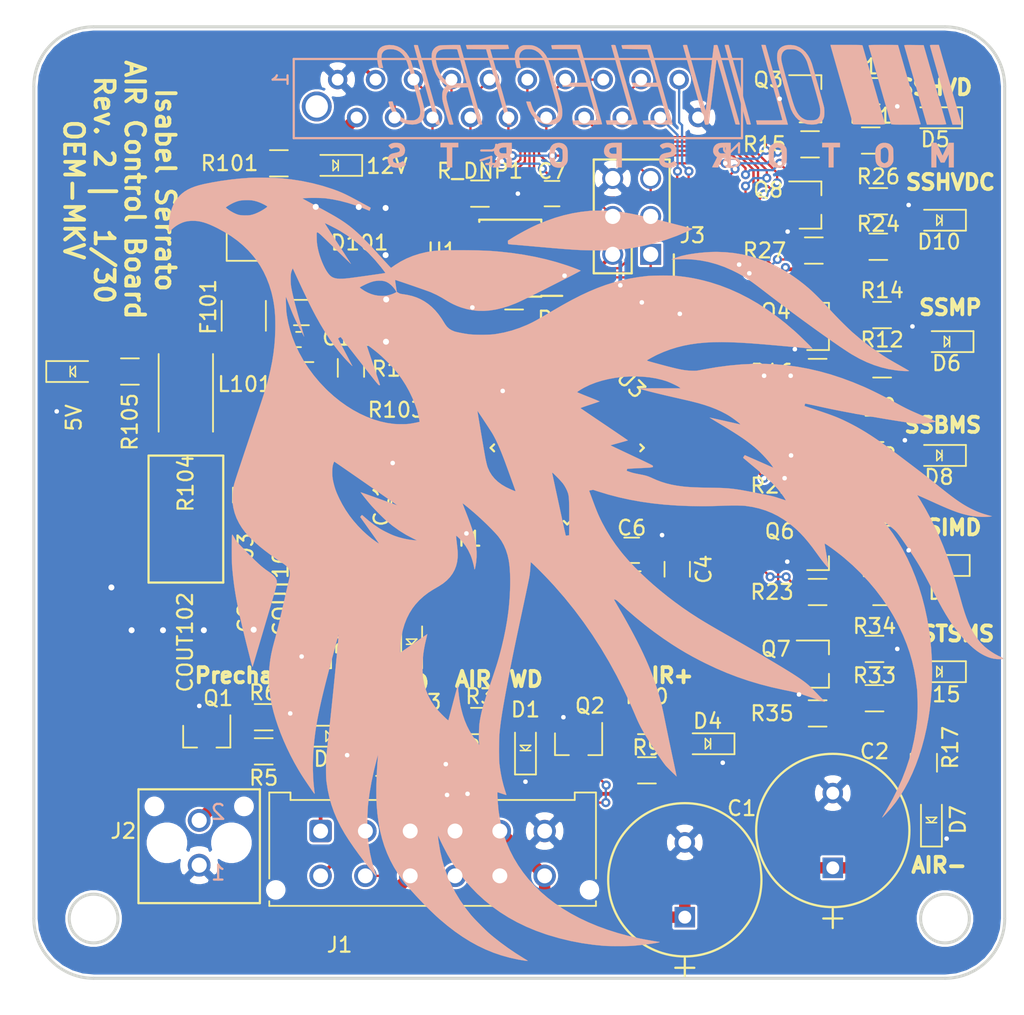
<source format=kicad_pcb>
(kicad_pcb (version 20171130) (host pcbnew 5.1.5-52549c5~84~ubuntu18.04.1)
  (layers (0 F.Cu signal) (31 B.Cu signal) (34 B.Paste user) (35 F.Paste user) (36 B.SilkS user hide) (37 F.SilkS user) (38 B.Mask user) (39 F.Mask user) (44 Edge.Cuts user))
  (net 0 "")
  (net 1 GND)
  (net 2 VCC)
  (net 3 "Net-(C101-Pad1)")
  (net 4 "Net-(C103-Pad2)")
  (net 5 "Net-(C103-Pad1)")
  (net 6 "Net-(COUT101-Pad1)")
  (net 7 "Net-(D102-Pad2)")
  (net 8 "Net-(D103-Pad2)")
  (net 9 "Net-(R102-Pad1)")
  (net 10 "Net-(C6-Pad1)")
  (net 11 "Net-(C11-Pad1)")
  (net 12 "Net-(C13-Pad1)")
  (net 13 "Net-(D1-Pad2)")
  (net 14 "Net-(D2-Pad2)")
  (net 15 "Net-(D3-Pad2)")
  (net 16 "Net-(D4-Pad2)")
  (net 17 "Net-(D5-Pad2)")
  (net 18 "Net-(D6-Pad2)")
  (net 19 "Net-(D7-Pad2)")
  (net 20 "Net-(D8-Pad2)")
  (net 21 "Net-(D9-Pad2)")
  (net 22 "Net-(D12-Pad2)")
  (net 23 "Net-(D13-Pad2)")
  (net 24 "Net-(D15-Pad2)")
  (net 25 "Net-(D16-Pad2)")
  (net 26 +12V)
  (net 27 /AIR+Weld_Detect)
  (net 28 /AIR-Weld_Detect)
  (net 29 /RESET)
  (net 30 /MOSI)
  (net 31 /SCK)
  (net 32 /MISO)
  (net 33 /CAN_H)
  (net 34 /CAN_L)
  (net 35 /RJ45_LED1)
  (net 36 /RJ45_LED2)
  (net 37 /IMD_Sense)
  (net 38 /BMS_Sense)
  (net 39 /ShutdownSense_BMS)
  (net 40 /ShutdownSense_IMD)
  (net 41 /ShutdownSense_HVD)
  (net 42 /ShutdownSense_MainPack)
  (net 43 /PrechargeCTL)
  (net 44 /SS_HVD)
  (net 45 /SS_MainTSConn)
  (net 46 /SS_BMS)
  (net 47 /SS_IMD)
  (net 48 /SS_TSMS)
  (net 49 "Net-(R1-Pad2)")
  (net 50 "Net-(R2-Pad2)")
  (net 51 /P_LED_2)
  (net 52 /P_LED_1)
  (net 53 /P_LED_3)
  (net 54 "Net-(U1-Pad5)")
  (net 55 /CANRX)
  (net 56 /CANTX)
  (net 57 "Net-(U3-Pad21)")
  (net 58 /Air+Coil+)
  (net 59 "Net-(D10-Pad2)")
  (net 60 /ShutdownSense_TSMS)
  (net 61 /ShutdownSense_HVDConn)
  (net 62 /Precharge_LSD)
  (net 63 /SS_HVDConn)
  (net 64 "Net-(U3-Pad32)")
  (net 65 "Net-(U3-Pad3)")
  (net 66 /Air-Coil-)
  (net 67 /AIR-LSD)
  (module footprints:micromatch_female_vert_20 (layer B.Cu) (at 125.6025 51.8 270)
    (fp_text reference J4 (at 5.08 -5.08 270) (layer B.SilkS) (effects (justify mirror)))
    (fp_text value MM_F_VT_20 hide)
    (fp_text user 1 (at 0 8.89 270) (layer B.SilkS) (effects (justify mirror)))
    (fp_text user 20 (at 5.08 -21.336 270) (layer B.SilkS) (effects (justify mirror)))
    (pad 21 thru_hole circle (at 1.8 6.48 270) (size 2 2) (drill 1.5) (layers *.Cu *.Mask))
    (pad 20 thru_hole circle (at 2.54 -19.05 270) (size 1.3 1.3) (drill 0.8) (layers *.Cu *.Mask) (net 1 GND))
    (pad 19 thru_hole circle (at 0 -17.78 270) (size 1.3 1.3) (drill 0.8) (layers *.Cu *.Mask) (net 37 /IMD_Sense))
    (pad 18 thru_hole circle (at 2.54 -16.51 270) (size 1.3 1.3) (drill 0.8) (layers *.Cu *.Mask) (net 38 /BMS_Sense))
    (pad 17 thru_hole circle (at 0 -15.24 270) (size 1.3 1.3) (drill 0.8) (layers *.Cu *.Mask) (net 60 /ShutdownSense_TSMS))
    (pad 16 thru_hole circle (at 2.54 -13.97 270) (size 1.3 1.3) (drill 0.8) (layers *.Cu *.Mask) (net 39 /ShutdownSense_BMS))
    (pad 15 thru_hole circle (at 0 -12.7 270) (size 1.3 1.3) (drill 0.8) (layers *.Cu *.Mask) (net 40 /ShutdownSense_IMD))
    (pad 14 thru_hole circle (at 2.54 -11.43 270) (size 1.3 1.3) (drill 0.8) (layers *.Cu *.Mask) (net 42 /ShutdownSense_MainPack))
    (pad 13 thru_hole circle (at 0 -10.16 270) (size 1.3 1.3) (drill 0.8) (layers *.Cu *.Mask) (net 41 /ShutdownSense_HVD))
    (pad 12 thru_hole circle (at 2.54 -8.89 270) (size 1.3 1.3) (drill 0.8) (layers *.Cu *.Mask) (net 61 /ShutdownSense_HVDConn))
    (pad 11 thru_hole circle (at 0 -7.62 270) (size 1.3 1.3) (drill 0.8) (layers *.Cu *.Mask) (net 34 /CAN_L))
    (pad 10 thru_hole circle (at 2.54 -6.35 270) (size 1.3 1.3) (drill 0.8) (layers *.Cu *.Mask) (net 33 /CAN_H))
    (pad 9 thru_hole circle (at 0 -5.08 270) (size 1.3 1.3) (drill 0.8) (layers *.Cu *.Mask) (net 36 /RJ45_LED2))
    (pad 8 thru_hole circle (at 2.54 -3.81 270) (size 1.3 1.3) (drill 0.8) (layers *.Cu *.Mask) (net 35 /RJ45_LED1))
    (pad 6 thru_hole circle (at 2.54 -1.27 270) (size 1.3 1.3) (drill 0.8) (layers *.Cu *.Mask) (net 31 /SCK))
    (pad 4 thru_hole circle (at 2.54 1.27 270) (size 1.3 1.3) (drill 0.8) (layers *.Cu *.Mask) (net 32 /MISO))
    (pad 2 thru_hole circle (at 2.54 3.81 270) (size 1.3 1.3) (drill 0.8) (layers *.Cu *.Mask) (net 26 +12V))
    (pad 7 thru_hole circle (at 0 -2.54 270) (size 1.3 1.3) (drill 0.8) (layers *.Cu *.Mask) (net 29 /RESET))
    (pad 1 thru_hole circle (at 0 5.08 270) (size 1.3 1.3) (drill 0.8) (layers *.Cu *.Mask) (net 1 GND))
    (pad 3 thru_hole circle (at 0 2.54 270) (size 1.3 1.3) (drill 0.8) (layers *.Cu *.Mask) (net 2 VCC))
    (pad 5 thru_hole circle (at 0 0 270) (size 1.3 1.3) (drill 0.8) (layers *.Cu *.Mask) (net 30 /MOSI))
  )
  (module footprints:MicroFit_VT_12 (layer F.Cu) (at 119.38 102.108)
    (fp_text reference J1 (at 1.27 7.62) (layer F.SilkS))
    (fp_text value MicroFit_VT_12)
    (pad "" np_thru_hole circle (at -3 3.94) (size 1 1) (drill 1) (layers *.Cu *.Mask))
    (pad "" np_thru_hole circle (at 18 3.94) (size 1 1) (drill 1) (layers *.Cu *.Mask))
    (pad 1 thru_hole roundrect (at 0 0) (size 1.5 1.5) (drill 1) (layers *.Cu *.Mask) (roundrect_rratio 0.166667) (net 62 /Precharge_LSD))
    (pad 2 thru_hole circle (at 3 0) (size 1.5 1.5) (drill 1) (layers *.Cu *.Mask) (net 58 /Air+Coil+))
    (pad 3 thru_hole circle (at 6 0) (size 1.5 1.5) (drill 1) (layers *.Cu *.Mask) (net 2 VCC))
    (pad 4 thru_hole circle (at 9 0) (size 1.5 1.5) (drill 1) (layers *.Cu *.Mask) (net 27 /AIR+Weld_Detect))
    (pad 5 thru_hole circle (at 12 0) (size 1.5 1.5) (drill 1) (layers *.Cu *.Mask) (net 58 /Air+Coil+))
    (pad 6 thru_hole circle (at 15 0) (size 1.5 1.5) (drill 1) (layers *.Cu *.Mask) (net 1 GND))
    (pad 7 thru_hole circle (at 0 3) (size 1.5 1.5) (drill 1) (layers *.Cu *.Mask) (net 2 VCC))
    (pad 8 thru_hole circle (at 3 3) (size 1.5 1.5) (drill 1) (layers *.Cu *.Mask) (net 28 /AIR-Weld_Detect))
    (pad 9 thru_hole circle (at 6 3) (size 1.5 1.5) (drill 1) (layers *.Cu *.Mask) (net 58 /Air+Coil+))
    (pad 10 thru_hole circle (at 9 3) (size 1.5 1.5) (drill 1) (layers *.Cu *.Mask) (net 66 /Air-Coil-))
    (pad 11 thru_hole circle (at 12 3) (size 1.5 1.5) (drill 1) (layers *.Cu *.Mask) (net 1 GND))
    (pad 12 thru_hole circle (at 15 3) (size 1.5 1.5) (drill 1) (layers *.Cu *.Mask) (net 58 /Air+Coil+))
  )
  (module footprints:Pin_Header_Straight_2x03 (layer F.Cu) (at 141.478 63.5 180)
    (fp_text reference J3 (at -2.794 1.27) (layer F.SilkS))
    (fp_text value CONN_02X03 hide)
    (pad 6 thru_hole circle (at 2.54 5.08 180) (size 1.4 1.4) (drill 1.016) (layers *.Cu *.Mask) (net 1 GND))
    (pad 5 thru_hole circle (at 0 5.08 180) (size 1.4 1.4) (drill 1.016) (layers *.Cu *.Mask) (net 29 /RESET))
    (pad 4 thru_hole circle (at 2.54 2.54 180) (size 1.4 1.4) (drill 1.016) (layers *.Cu *.Mask) (net 30 /MOSI))
    (pad 3 thru_hole circle (at 0 2.54 180) (size 1.4 1.4) (drill 1.016) (layers *.Cu *.Mask) (net 31 /SCK))
    (pad 2 thru_hole circle (at 2.54 0 180) (size 1.4 1.4) (drill 1.016) (layers *.Cu *.Mask) (net 2 VCC))
    (pad 1 thru_hole rect (at 0 0 180) (size 1.4 1.4) (drill 1.016) (layers *.Cu *.Mask) (net 32 /MISO))
  )
  (module footprints:SOT-23F (layer F.Cu) (at 152.146 53.086)
    (fp_text reference Q3 (at -2.794 -1.27) (layer F.SilkS))
    (fp_text value SSM3K333R hide)
    (pad 1 smd rect (at -1.05 -0.95) (size 0.9 0.8) (layers F.Cu F.Paste F.Mask) (net 41 /ShutdownSense_HVD))
    (pad 2 smd rect (at -1.05 0.95) (size 0.9 0.8) (layers F.Cu F.Paste F.Mask) (net 1 GND))
    (pad 3 smd rect (at 1.05 0) (size 0.9 0.8) (layers F.Cu F.Paste F.Mask) (net 44 /SS_HVD))
  )
  (module footprints:R_0805_OEM (layer F.Cu) (at 156.464 75.184)
    (fp_text reference R20 (at 0 -1.524) (layer F.SilkS))
    (fp_text value R_100K hide)
    (pad 2 smd rect (at 0.95 0) (size 0.7 1.3) (layers F.Cu F.Paste F.Mask) (net 1 GND))
    (pad 1 smd rect (at -0.95 0) (size 0.7 1.3) (layers F.Cu F.Paste F.Mask) (net 39 /ShutdownSense_BMS))
  )
  (module footprints:R_0805_OEM (layer F.Cu) (at 152.654 78.994 180)
    (fp_text reference R22 (at 3.048 0) (layer F.SilkS))
    (fp_text value R_10K hide)
    (pad 2 smd rect (at 0.95 0 180) (size 0.7 1.3) (layers F.Cu F.Paste F.Mask) (net 46 /SS_BMS))
    (pad 1 smd rect (at -0.95 0 180) (size 0.7 1.3) (layers F.Cu F.Paste F.Mask) (net 2 VCC))
  )
  (module footprints:SOT-23F (layer F.Cu) (at 152.654 75.946)
    (fp_text reference Q5 (at -2.794 -1.016) (layer F.SilkS))
    (fp_text value SSM3K333R hide)
    (pad 3 smd rect (at 1.05 0) (size 0.9 0.8) (layers F.Cu F.Paste F.Mask) (net 46 /SS_BMS))
    (pad 2 smd rect (at -1.05 0.95) (size 0.9 0.8) (layers F.Cu F.Paste F.Mask) (net 1 GND))
    (pad 1 smd rect (at -1.05 -0.95) (size 0.9 0.8) (layers F.Cu F.Paste F.Mask) (net 39 /ShutdownSense_BMS))
  )
  (module footprints:R_0805_OEM (layer F.Cu) (at 156.464 78.486)
    (fp_text reference R18 (at 0 -1.524) (layer F.SilkS))
    (fp_text value R_1K hide)
    (pad 1 smd rect (at -0.95 0) (size 0.7 1.3) (layers F.Cu F.Paste F.Mask) (net 39 /ShutdownSense_BMS))
    (pad 2 smd rect (at 0.95 0) (size 0.7 1.3) (layers F.Cu F.Paste F.Mask) (net 20 "Net-(D8-Pad2)"))
  )
  (module footprints:LED_0805_OEM (layer F.Cu) (at 160.782 76.962 180)
    (fp_text reference D8 (at 0 -1.45) (layer F.SilkS))
    (fp_text value LED_0805 hide)
    (pad 2 smd rect (at 1.1 0) (size 1.2 1.2) (layers F.Cu F.Paste F.Mask) (net 20 "Net-(D8-Pad2)"))
    (pad 1 smd rect (at -1.1 0) (size 1.2 1.2) (layers F.Cu F.Paste F.Mask) (net 1 GND))
  )
  (module footprints:R_0805_OEM (layer F.Cu) (at 115.57 96.774)
    (fp_text reference R5 (at 0 1.778) (layer F.SilkS))
    (fp_text value R_200 hide)
    (pad 2 smd rect (at 0.95 0) (size 0.7 1.3) (layers F.Cu F.Paste F.Mask) (net 14 "Net-(D2-Pad2)"))
    (pad 1 smd rect (at -0.95 0) (size 0.7 1.3) (layers F.Cu F.Paste F.Mask) (net 43 /PrechargeCTL))
  )
  (module footprints:C_Radial_D10_L13_P5_OEM (layer F.Cu) (at 153.67 99.568 90)
    (fp_text reference C2 (at 2.794 2.794) (layer F.SilkS))
    (fp_text value CP_1mF hide)
    (pad 2 thru_hole circle (at 0 0 90) (size 1.3716 1.3716) (drill 0.8636) (layers *.Cu *.Paste *.Mask) (net 1 GND))
    (pad 1 thru_hole rect (at -5.0038 0 90) (size 1.3716 1.3716) (drill 0.8636) (layers *.Cu *.Mask B.Adhes F.Paste) (net 58 /Air+Coil+))
  )
  (module footprints:C_Radial_D10_L13_P5_OEM (layer F.Cu) (at 143.764 102.87 90)
    (fp_text reference C1 (at 2.286 3.81) (layer F.SilkS))
    (fp_text value CP_1mF hide)
    (pad 1 thru_hole rect (at -5.0038 0 90) (size 1.3716 1.3716) (drill 0.8636) (layers *.Cu *.Mask B.Adhes F.Paste) (net 58 /Air+Coil+))
    (pad 2 thru_hole circle (at 0 0 90) (size 1.3716 1.3716) (drill 0.8636) (layers *.Cu *.Paste *.Mask) (net 1 GND))
  )
  (module footprints:SOT-23F (layer F.Cu) (at 111.76 95.758 270)
    (fp_text reference Q1 (at -2.54 -0.762 180) (layer F.SilkS))
    (fp_text value SSM3K333R hide)
    (pad 1 smd rect (at -1.05 -0.95 270) (size 0.9 0.8) (layers F.Cu F.Paste F.Mask) (net 43 /PrechargeCTL))
    (pad 2 smd rect (at -1.05 0.95 270) (size 0.9 0.8) (layers F.Cu F.Paste F.Mask) (net 1 GND))
    (pad 3 smd rect (at 1.05 0 270) (size 0.9 0.8) (layers F.Cu F.Paste F.Mask) (net 62 /Precharge_LSD))
  )
  (module footprints:C_0805_OEM (layer F.Cu) (at 126.238 77.47 180)
    (fp_text reference C13 (at 0 1.778) (layer F.SilkS))
    (fp_text value C_30pF hide)
    (pad 2 smd rect (at 1 0 180) (size 1 1.25) (layers F.Cu F.Paste F.Mask) (net 1 GND))
    (pad 1 smd rect (at -1 0 180) (size 1 1.25) (layers F.Cu F.Paste F.Mask) (net 12 "Net-(C13-Pad1)"))
  )
  (module footprints:SOIC-8_3.9x4.9mm_Pitch1.27mm_OEM (layer F.Cu) (at 132.08 63.754 180)
    (fp_text reference U1 (at 4.572 0.508) (layer F.SilkS))
    (fp_text value MCP2561-E_SN hide)
    (pad 8 smd rect (at 2.7 -1.905 180) (size 1.55 0.6) (layers F.Cu F.Paste F.Mask) (net 1 GND))
    (pad 7 smd rect (at 2.7 -0.635 180) (size 1.55 0.6) (layers F.Cu F.Paste F.Mask) (net 33 /CAN_H))
    (pad 6 smd rect (at 2.7 0.635 180) (size 1.55 0.6) (layers F.Cu F.Paste F.Mask) (net 34 /CAN_L))
    (pad 5 smd rect (at 2.7 1.905 180) (size 1.55 0.6) (layers F.Cu F.Paste F.Mask) (net 54 "Net-(U1-Pad5)"))
    (pad 4 smd rect (at -2.7 1.905 180) (size 1.55 0.6) (layers F.Cu F.Paste F.Mask) (net 55 /CANRX))
    (pad 3 smd rect (at -2.7 0.635 180) (size 1.55 0.6) (layers F.Cu F.Paste F.Mask) (net 2 VCC))
    (pad 2 smd rect (at -2.7 -0.635 180) (size 1.55 0.6) (layers F.Cu F.Paste F.Mask) (net 1 GND))
    (pad 1 smd rect (at -2.7 -1.905 180) (size 1.55 0.6) (layers F.Cu F.Paste F.Mask) (net 56 /CANTX))
  )
  (module footprints:R_0805_OEM (layer F.Cu) (at 123.698 97.536)
    (fp_text reference R8 (at 0 -1.65) (layer F.SilkS))
    (fp_text value R_10K hide)
    (pad 1 smd rect (at -0.95 0) (size 0.7 1.3) (layers F.Cu F.Paste F.Mask) (net 27 /AIR+Weld_Detect))
    (pad 2 smd rect (at 0.95 0) (size 0.7 1.3) (layers F.Cu F.Paste F.Mask) (net 1 GND))
  )
  (module footprints:R_0805_OEM (layer F.Cu) (at 115.57 94.488)
    (fp_text reference R6 (at 0 -1.65) (layer F.SilkS))
    (fp_text value R_10K hide)
    (pad 1 smd rect (at -0.95 0) (size 0.7 1.3) (layers F.Cu F.Paste F.Mask) (net 43 /PrechargeCTL))
    (pad 2 smd rect (at 0.95 0) (size 0.7 1.3) (layers F.Cu F.Paste F.Mask) (net 1 GND))
  )
  (module footprints:R_0805_OEM (layer F.Cu) (at 130.048 98.044)
    (fp_text reference R4 (at 0 -1.524) (layer F.SilkS))
    (fp_text value R_10K hide)
    (pad 1 smd rect (at -0.95 0) (size 0.7 1.3) (layers F.Cu F.Paste F.Mask) (net 28 /AIR-Weld_Detect))
    (pad 2 smd rect (at 0.95 0) (size 0.7 1.3) (layers F.Cu F.Paste F.Mask) (net 1 GND))
  )
  (module footprints:R_0805_OEM (layer F.Cu) (at 139.446 68.58 270)
    (fp_text reference R30 (at 0 -1.524 90) (layer F.SilkS))
    (fp_text value R_10K hide)
    (pad 1 smd rect (at -0.95 0 270) (size 0.7 1.3) (layers F.Cu F.Paste F.Mask) (net 2 VCC))
    (pad 2 smd rect (at 0.95 0 270) (size 0.7 1.3) (layers F.Cu F.Paste F.Mask) (net 29 /RESET))
  )
  (module footprints:R_0805_OEM (layer F.Cu) (at 130.048 59.436)
    (fp_text reference R_DNP1 (at 0 -1.524) (layer F.SilkS))
    (fp_text value R_120_DNP hide)
    (pad 2 smd rect (at 0.95 0) (size 0.7 1.3) (layers F.Cu F.Paste F.Mask) (net 34 /CAN_L))
    (pad 1 smd rect (at -0.95 0) (size 0.7 1.3) (layers F.Cu F.Paste F.Mask) (net 33 /CAN_H))
  )
  (module footprints:SOT-23F (layer F.Cu) (at 152.654 68.326)
    (fp_text reference Q4 (at -2.794 -1.016) (layer F.SilkS))
    (fp_text value SSM3K333R hide)
    (pad 3 smd rect (at 1.05 0) (size 0.9 0.8) (layers F.Cu F.Paste F.Mask) (net 45 /SS_MainTSConn))
    (pad 2 smd rect (at -1.05 0.95) (size 0.9 0.8) (layers F.Cu F.Paste F.Mask) (net 1 GND))
    (pad 1 smd rect (at -1.05 -0.95) (size 0.9 0.8) (layers F.Cu F.Paste F.Mask) (net 42 /ShutdownSense_MainPack))
  )
  (module footprints:C_0805_OEM (layer F.Cu) (at 124.968 80.264 90)
    (fp_text reference C11 (at 0 -1.5 90) (layer F.SilkS))
    (fp_text value C_30pF hide)
    (pad 1 smd rect (at -1 0 90) (size 1 1.25) (layers F.Cu F.Paste F.Mask) (net 11 "Net-(C11-Pad1)"))
    (pad 2 smd rect (at 1 0 90) (size 1 1.25) (layers F.Cu F.Paste F.Mask) (net 1 GND))
  )
  (module footprints:R_0805_OEM (layer F.Cu) (at 152.146 56.134 180)
    (fp_text reference R15 (at 3.048 0) (layer F.SilkS))
    (fp_text value R_10K hide)
    (pad 1 smd rect (at -0.95 0 180) (size 0.7 1.3) (layers F.Cu F.Paste F.Mask) (net 2 VCC))
    (pad 2 smd rect (at 0.95 0 180) (size 0.7 1.3) (layers F.Cu F.Paste F.Mask) (net 44 /SS_HVD))
  )
  (module footprints:R_0805_OEM (layer F.Cu) (at 130.048 94.742)
    (fp_text reference R3 (at 0 -1.65) (layer F.SilkS))
    (fp_text value R_200 hide)
    (pad 2 smd rect (at 0.95 0) (size 0.7 1.3) (layers F.Cu F.Paste F.Mask) (net 13 "Net-(D1-Pad2)"))
    (pad 1 smd rect (at -0.95 0) (size 0.7 1.3) (layers F.Cu F.Paste F.Mask) (net 28 /AIR-Weld_Detect))
  )
  (module footprints:R_0805_OEM (layer F.Cu) (at 156.21 55.88)
    (fp_text reference R11 (at 0 -1.65) (layer F.SilkS))
    (fp_text value R_1K hide)
    (pad 2 smd rect (at 0.95 0) (size 0.7 1.3) (layers F.Cu F.Paste F.Mask) (net 17 "Net-(D5-Pad2)"))
    (pad 1 smd rect (at -0.95 0) (size 0.7 1.3) (layers F.Cu F.Paste F.Mask) (net 41 /ShutdownSense_HVD))
  )
  (module footprints:LED_0805_OEM (layer F.Cu) (at 119.38 89.408 90)
    (fp_text reference PD5 (at 0.508 -1.45 90) (layer F.SilkS))
    (fp_text value LED_0805 hide)
    (pad 2 smd rect (at 1.1 0 270) (size 1.2 1.2) (layers F.Cu F.Paste F.Mask) (net 23 "Net-(D13-Pad2)"))
    (pad 1 smd rect (at -1.1 0 270) (size 1.2 1.2) (layers F.Cu F.Paste F.Mask) (net 1 GND))
  )
  (module footprints:LED_0805_OEM (layer F.Cu) (at 125.476 89.408 90)
    (fp_text reference PD7 (at 0.508 -1.45 90) (layer F.SilkS))
    (fp_text value LED_0805 hide)
    (pad 1 smd rect (at -1.1 0 270) (size 1.2 1.2) (layers F.Cu F.Paste F.Mask) (net 1 GND))
    (pad 2 smd rect (at 1.1 0 270) (size 1.2 1.2) (layers F.Cu F.Paste F.Mask) (net 25 "Net-(D16-Pad2)"))
  )
  (module footprints:TQFP-32_7x7mm_Pitch0.8mm (layer F.Cu) (at 135.89 76.454 315)
    (fp_text reference U3 (at 0 -6.05 135) (layer F.SilkS))
    (fp_text value ATMEGA16M1 hide)
    (pad 32 smd rect (at -2.8 -4.25 45) (size 1.6 0.55) (layers F.Cu F.Paste F.Mask) (net 64 "Net-(U3-Pad32)"))
    (pad 31 smd rect (at -2 -4.25 45) (size 1.6 0.55) (layers F.Cu F.Paste F.Mask) (net 29 /RESET))
    (pad 30 smd rect (at -1.2 -4.25 45) (size 1.6 0.55) (layers F.Cu F.Paste F.Mask) (net 38 /BMS_Sense))
    (pad 29 smd rect (at -0.4 -4.25 45) (size 1.6 0.55) (layers F.Cu F.Paste F.Mask) (net 37 /IMD_Sense))
    (pad 28 smd rect (at 0.4 -4.25 45) (size 1.6 0.55) (layers F.Cu F.Paste F.Mask) (net 44 /SS_HVD))
    (pad 27 smd rect (at 1.2 -4.25 45) (size 1.6 0.55) (layers F.Cu F.Paste F.Mask) (net 63 /SS_HVDConn))
    (pad 26 smd rect (at 2 -4.25 45) (size 1.6 0.55) (layers F.Cu F.Paste F.Mask) (net 45 /SS_MainTSConn))
    (pad 25 smd rect (at 2.8 -4.25 45) (size 1.6 0.55) (layers F.Cu F.Paste F.Mask) (net 46 /SS_BMS))
    (pad 24 smd rect (at 4.25 -2.8 315) (size 1.6 0.55) (layers F.Cu F.Paste F.Mask) (net 47 /SS_IMD))
    (pad 23 smd rect (at 4.25 -2 315) (size 1.6 0.55) (layers F.Cu F.Paste F.Mask) (net 48 /SS_TSMS))
    (pad 22 smd rect (at 4.25 -1.2 315) (size 1.6 0.55) (layers F.Cu F.Paste F.Mask) (net 67 /AIR-LSD))
    (pad 21 smd rect (at 4.25 -0.4 315) (size 1.6 0.55) (layers F.Cu F.Paste F.Mask) (net 57 "Net-(U3-Pad21)"))
    (pad 20 smd rect (at 4.25 0.4 315) (size 1.6 0.55) (layers F.Cu F.Paste F.Mask) (net 1 GND))
    (pad 19 smd rect (at 4.25 1.2 315) (size 1.6 0.55) (layers F.Cu F.Paste F.Mask) (net 10 "Net-(C6-Pad1)"))
    (pad 18 smd rect (at 4.25 2 315) (size 1.6 0.55) (layers F.Cu F.Paste F.Mask) (net 28 /AIR-Weld_Detect))
    (pad 17 smd rect (at 4.25 2.8 315) (size 1.6 0.55) (layers F.Cu F.Paste F.Mask) (net 27 /AIR+Weld_Detect))
    (pad 16 smd rect (at 2.8 4.25 45) (size 1.6 0.55) (layers F.Cu F.Paste F.Mask) (net 43 /PrechargeCTL))
    (pad 15 smd rect (at 2 4.25 45) (size 1.6 0.55) (layers F.Cu F.Paste F.Mask) (net 53 /P_LED_3))
    (pad 14 smd rect (at 1.2 4.25 45) (size 1.6 0.55) (layers F.Cu F.Paste F.Mask) (net 51 /P_LED_2))
    (pad 13 smd rect (at 0.4 4.25 45) (size 1.6 0.55) (layers F.Cu F.Paste F.Mask) (net 52 /P_LED_1))
    (pad 12 smd rect (at -0.4 4.25 45) (size 1.6 0.55) (layers F.Cu F.Paste F.Mask) (net 31 /SCK))
    (pad 11 smd rect (at -1.2 4.25 45) (size 1.6 0.55) (layers F.Cu F.Paste F.Mask) (net 11 "Net-(C11-Pad1)"))
    (pad 10 smd rect (at -2 4.25 45) (size 1.6 0.55) (layers F.Cu F.Paste F.Mask) (net 12 "Net-(C13-Pad1)"))
    (pad 9 smd rect (at -2.8 4.25 45) (size 1.6 0.55) (layers F.Cu F.Paste F.Mask) (net 50 "Net-(R2-Pad2)"))
    (pad 8 smd rect (at -4.25 2.8 315) (size 1.6 0.55) (layers F.Cu F.Paste F.Mask) (net 49 "Net-(R1-Pad2)"))
    (pad 7 smd rect (at -4.25 2 315) (size 1.6 0.55) (layers F.Cu F.Paste F.Mask) (net 55 /CANRX))
    (pad 6 smd rect (at -4.25 1.2 315) (size 1.6 0.55) (layers F.Cu F.Paste F.Mask) (net 56 /CANTX))
    (pad 5 smd rect (at -4.25 0.4 315) (size 1.6 0.55) (layers F.Cu F.Paste F.Mask) (net 1 GND))
    (pad 4 smd rect (at -4.25 -0.4 315) (size 1.6 0.55) (layers F.Cu F.Paste F.Mask) (net 2 VCC))
    (pad 3 smd rect (at -4.25 -1.2 315) (size 1.6 0.55) (layers F.Cu F.Paste F.Mask) (net 65 "Net-(U3-Pad3)"))
    (pad 2 smd rect (at -4.25 -2 315) (size 1.6 0.55) (layers F.Cu F.Paste F.Mask) (net 30 /MOSI))
    (pad 1 smd rect (at -4.25 -2.8 315) (size 1.6 0.55) (layers F.Cu F.Paste F.Mask) (net 32 /MISO))
  )
  (module footprints:R_0805_OEM (layer F.Cu) (at 119.38 85.598 270)
    (fp_text reference R29 hide)
    (fp_text value R_200 hide)
    (pad 1 smd rect (at -0.95 0 270) (size 0.7 1.3) (layers F.Cu F.Paste F.Mask) (net 52 /P_LED_1))
    (pad 2 smd rect (at 0.95 0 270) (size 0.7 1.3) (layers F.Cu F.Paste F.Mask) (net 23 "Net-(D13-Pad2)"))
  )
  (module footprints:Crystal_SMD_FA238 (layer F.Cu) (at 128.27 80.264)
    (fp_text reference Y1 (at 1.016 2.286) (layer F.SilkS))
    (fp_text value Crystal_SMD hide)
    (pad 4 smd rect (at -1.1 -0.8) (size 1.4 1.2) (layers F.Cu F.Mask) (net 1 GND))
    (pad 3 smd rect (at 1.1 -0.8) (size 1.4 1.2) (layers F.Cu F.Mask) (net 12 "Net-(C13-Pad1)"))
    (pad 2 smd rect (at 1.1 0.8) (size 1.4 1.2) (layers F.Cu F.Mask) (net 1 GND))
    (pad 1 smd rect (at -1.1 0.8) (size 1.4 1.2) (layers F.Cu F.Mask) (net 11 "Net-(C11-Pad1)"))
  )
  (module footprints:R_0805_OEM (layer F.Cu) (at 129.794 70.104)
    (fp_text reference R2 (at 2.54 0) (layer F.SilkS))
    (fp_text value R_200 hide)
    (pad 1 smd rect (at -0.95 0) (size 0.7 1.3) (layers F.Cu F.Paste F.Mask) (net 36 /RJ45_LED2))
    (pad 2 smd rect (at 0.95 0) (size 0.7 1.3) (layers F.Cu F.Paste F.Mask) (net 50 "Net-(R2-Pad2)"))
  )
  (module footprints:C_0805_OEM (layer F.Cu) (at 134.874 59.436)
    (fp_text reference C7 (at 0 -1.5) (layer F.SilkS))
    (fp_text value C_0.1uF hide)
    (pad 2 smd rect (at 1 0) (size 1 1.25) (layers F.Cu F.Paste F.Mask) (net 2 VCC))
    (pad 1 smd rect (at -1 0) (size 1 1.25) (layers F.Cu F.Paste F.Mask) (net 1 GND))
  )
  (module footprints:R_0805_OEM (layer F.Cu) (at 152.654 94.234 180)
    (fp_text reference R35 (at 3.048 0) (layer F.SilkS))
    (fp_text value R_10K hide)
    (pad 2 smd rect (at 0.95 0 180) (size 0.7 1.3) (layers F.Cu F.Paste F.Mask) (net 48 /SS_TSMS))
    (pad 1 smd rect (at -0.95 0 180) (size 0.7 1.3) (layers F.Cu F.Paste F.Mask) (net 2 VCC))
  )
  (module footprints:LED_0805_OEM (layer F.Cu) (at 145.288 96.266 180)
    (fp_text reference D4 (at 0 1.524) (layer F.SilkS))
    (fp_text value LED_0805 hide)
    (pad 2 smd rect (at 1.1 0) (size 1.2 1.2) (layers F.Cu F.Paste F.Mask) (net 16 "Net-(D4-Pad2)"))
    (pad 1 smd rect (at -1.1 0) (size 1.2 1.2) (layers F.Cu F.Paste F.Mask) (net 1 GND))
  )
  (module footprints:R_0805_OEM (layer F.Cu) (at 125.476 85.598 270)
    (fp_text reference R36 hide)
    (fp_text value R_200 hide)
    (pad 2 smd rect (at 0.95 0 270) (size 0.7 1.3) (layers F.Cu F.Paste F.Mask) (net 25 "Net-(D16-Pad2)"))
    (pad 1 smd rect (at -0.95 0 270) (size 0.7 1.3) (layers F.Cu F.Paste F.Mask) (net 53 /P_LED_3))
  )
  (module footprints:R_0805_OEM (layer F.Cu) (at 123.698 94.234)
    (fp_text reference R7 (at -2.54 -0.254) (layer F.SilkS))
    (fp_text value R_200 hide)
    (pad 1 smd rect (at -0.95 0) (size 0.7 1.3) (layers F.Cu F.Paste F.Mask) (net 27 /AIR+Weld_Detect))
    (pad 2 smd rect (at 0.95 0) (size 0.7 1.3) (layers F.Cu F.Paste F.Mask) (net 15 "Net-(D3-Pad2)"))
  )
  (module footprints:R_0805_OEM (layer F.Cu) (at 156.464 93.218)
    (fp_text reference R33 (at 0 -1.524) (layer F.SilkS))
    (fp_text value R_1K hide)
    (pad 1 smd rect (at -0.95 0) (size 0.7 1.3) (layers F.Cu F.Paste F.Mask) (net 60 /ShutdownSense_TSMS))
    (pad 2 smd rect (at 0.95 0) (size 0.7 1.3) (layers F.Cu F.Paste F.Mask) (net 24 "Net-(D15-Pad2)"))
  )
  (module footprints:SOT-23F (layer F.Cu) (at 152.654 90.932)
    (fp_text reference Q7 (at -2.794 -1.016) (layer F.SilkS))
    (fp_text value SSM3K333R hide)
    (pad 3 smd rect (at 1.05 0) (size 0.9 0.8) (layers F.Cu F.Paste F.Mask) (net 48 /SS_TSMS))
    (pad 2 smd rect (at -1.05 0.95) (size 0.9 0.8) (layers F.Cu F.Paste F.Mask) (net 1 GND))
    (pad 1 smd rect (at -1.05 -0.95) (size 0.9 0.8) (layers F.Cu F.Paste F.Mask) (net 60 /ShutdownSense_TSMS))
  )
  (module footprints:R_0805_OEM (layer F.Cu) (at 156.972 67.564)
    (fp_text reference R14 (at 0 -1.65) (layer F.SilkS))
    (fp_text value R_100K hide)
    (pad 1 smd rect (at -0.95 0) (size 0.7 1.3) (layers F.Cu F.Paste F.Mask) (net 42 /ShutdownSense_MainPack))
    (pad 2 smd rect (at 0.95 0) (size 0.7 1.3) (layers F.Cu F.Paste F.Mask) (net 1 GND))
  )
  (module footprints:R_0805_OEM (layer F.Cu) (at 141.224 98.044)
    (fp_text reference R9 (at 0 -1.524) (layer F.SilkS))
    (fp_text value R_200 hide)
    (pad 2 smd rect (at 0.95 0) (size 0.7 1.3) (layers F.Cu F.Paste F.Mask) (net 16 "Net-(D4-Pad2)"))
    (pad 1 smd rect (at -0.95 0) (size 0.7 1.3) (layers F.Cu F.Paste F.Mask) (net 67 /AIR-LSD))
  )
  (module footprints:R_0805_OEM (layer F.Cu) (at 152.654 86.106 180)
    (fp_text reference R23 (at 3.048 0) (layer F.SilkS))
    (fp_text value R_10K hide)
    (pad 1 smd rect (at -0.95 0 180) (size 0.7 1.3) (layers F.Cu F.Paste F.Mask) (net 2 VCC))
    (pad 2 smd rect (at 0.95 0 180) (size 0.7 1.3) (layers F.Cu F.Paste F.Mask) (net 47 /SS_IMD))
  )
  (module footprints:R_0805_OEM (layer F.Cu) (at 156.972 82.55)
    (fp_text reference R21 (at 0 -1.524) (layer F.SilkS))
    (fp_text value R_100K hide)
    (pad 1 smd rect (at -0.95 0) (size 0.7 1.3) (layers F.Cu F.Paste F.Mask) (net 40 /ShutdownSense_IMD))
    (pad 2 smd rect (at 0.95 0) (size 0.7 1.3) (layers F.Cu F.Paste F.Mask) (net 1 GND))
  )
  (module footprints:LED_0805_OEM (layer F.Cu) (at 122.428 89.408 90)
    (fp_text reference PD6 (at 0.508 -1.45 90) (layer F.SilkS))
    (fp_text value LED_0805 hide)
    (pad 1 smd rect (at -1.1 0 270) (size 1.2 1.2) (layers F.Cu F.Paste F.Mask) (net 1 GND))
    (pad 2 smd rect (at 1.1 0 270) (size 1.2 1.2) (layers F.Cu F.Paste F.Mask) (net 22 "Net-(D12-Pad2)"))
  )
  (module footprints:LED_0805_OEM (layer F.Cu) (at 119.888 95.758 180)
    (fp_text reference D2 (at 0 -1.524) (layer F.SilkS))
    (fp_text value LED_0805 hide)
    (pad 1 smd rect (at -1.1 0) (size 1.2 1.2) (layers F.Cu F.Paste F.Mask) (net 1 GND))
    (pad 2 smd rect (at 1.1 0) (size 1.2 1.2) (layers F.Cu F.Paste F.Mask) (net 14 "Net-(D2-Pad2)"))
  )
  (module footprints:C_0805_OEM (layer F.Cu) (at 143.256 84.582 90)
    (fp_text reference C4 (at 0 1.778 90) (layer F.SilkS))
    (fp_text value C_0.1uF hide)
    (pad 1 smd rect (at -1 0 90) (size 1 1.25) (layers F.Cu F.Paste F.Mask) (net 2 VCC))
    (pad 2 smd rect (at 1 0 90) (size 1 1.25) (layers F.Cu F.Paste F.Mask) (net 1 GND))
  )
  (module footprints:LED_0805_OEM (layer F.Cu) (at 126.492 96.012 90)
    (fp_text reference D3 (at 2.54 0 180) (layer F.SilkS))
    (fp_text value LED_0805 hide)
    (pad 2 smd rect (at 1.1 0 270) (size 1.2 1.2) (layers F.Cu F.Paste F.Mask) (net 15 "Net-(D3-Pad2)"))
    (pad 1 smd rect (at -1.1 0 270) (size 1.2 1.2) (layers F.Cu F.Paste F.Mask) (net 1 GND))
  )
  (module footprints:R_0805_OEM (layer F.Cu) (at 122.428 85.598 270)
    (fp_text reference R28 hide)
    (fp_text value R_200 hide)
    (pad 2 smd rect (at 0.95 0 270) (size 0.7 1.3) (layers F.Cu F.Paste F.Mask) (net 22 "Net-(D12-Pad2)"))
    (pad 1 smd rect (at -0.95 0 270) (size 0.7 1.3) (layers F.Cu F.Paste F.Mask) (net 51 /P_LED_2))
  )
  (module footprints:SOT-23F (layer F.Cu) (at 136.652 96.266 270)
    (fp_text reference Q2 (at -2.54 -0.762 180) (layer F.SilkS))
    (fp_text value SSM3K333R hide)
    (pad 1 smd rect (at -1.05 -0.95 270) (size 0.9 0.8) (layers F.Cu F.Paste F.Mask) (net 67 /AIR-LSD))
    (pad 2 smd rect (at -1.05 0.95 270) (size 0.9 0.8) (layers F.Cu F.Paste F.Mask) (net 1 GND))
    (pad 3 smd rect (at 1.05 0 270) (size 0.9 0.8) (layers F.Cu F.Paste F.Mask) (net 66 /Air-Coil-))
  )
  (module footprints:R_0805_OEM (layer F.Cu) (at 152.654 71.374 180)
    (fp_text reference R16 (at 3.048 0) (layer F.SilkS))
    (fp_text value R_10K hide)
    (pad 2 smd rect (at 0.95 0 180) (size 0.7 1.3) (layers F.Cu F.Paste F.Mask) (net 45 /SS_MainTSConn))
    (pad 1 smd rect (at -0.95 0 180) (size 0.7 1.3) (layers F.Cu F.Paste F.Mask) (net 2 VCC))
  )
  (module footprints:R_0805_OEM (layer F.Cu) (at 132.334 68.072)
    (fp_text reference R1 (at 2.54 -0.254) (layer F.SilkS))
    (fp_text value R_200 hide)
    (pad 2 smd rect (at 0.95 0) (size 0.7 1.3) (layers F.Cu F.Paste F.Mask) (net 49 "Net-(R1-Pad2)"))
    (pad 1 smd rect (at -0.95 0) (size 0.7 1.3) (layers F.Cu F.Paste F.Mask) (net 35 /RJ45_LED1))
  )
  (module footprints:R_0805_OEM (layer F.Cu) (at 156.972 86.106)
    (fp_text reference R19 (at 0 -1.524) (layer F.SilkS))
    (fp_text value R_1K hide)
    (pad 1 smd rect (at -0.95 0) (size 0.7 1.3) (layers F.Cu F.Paste F.Mask) (net 40 /ShutdownSense_IMD))
    (pad 2 smd rect (at 0.95 0) (size 0.7 1.3) (layers F.Cu F.Paste F.Mask) (net 21 "Net-(D9-Pad2)"))
  )
  (module footprints:R_0805_OEM (layer F.Cu) (at 156.464 89.916)
    (fp_text reference R34 (at 0 -1.524) (layer F.SilkS))
    (fp_text value R_100K hide)
    (pad 2 smd rect (at 0.95 0) (size 0.7 1.3) (layers F.Cu F.Paste F.Mask) (net 1 GND))
    (pad 1 smd rect (at -0.95 0) (size 0.7 1.3) (layers F.Cu F.Paste F.Mask) (net 60 /ShutdownSense_TSMS))
  )
  (module footprints:LED_0805_OEM (layer F.Cu) (at 160.274 101.346 90)
    (fp_text reference D7 (at 0 1.778 90) (layer F.SilkS))
    (fp_text value LED_0805 hide)
    (pad 1 smd rect (at -1.1 0 270) (size 1.2 1.2) (layers F.Cu F.Paste F.Mask) (net 1 GND))
    (pad 2 smd rect (at 1.1 0 270) (size 1.2 1.2) (layers F.Cu F.Paste F.Mask) (net 19 "Net-(D7-Pad2)"))
  )
  (module footprints:R_0805_OEM (layer F.Cu) (at 159.766 97.536 270)
    (fp_text reference R17 (at -1.016 -1.778 90) (layer F.SilkS))
    (fp_text value R_1K hide)
    (pad 2 smd rect (at 0.95 0 270) (size 0.7 1.3) (layers F.Cu F.Paste F.Mask) (net 19 "Net-(D7-Pad2)"))
    (pad 1 smd rect (at -0.95 0 270) (size 0.7 1.3) (layers F.Cu F.Paste F.Mask) (net 58 /Air+Coil+))
  )
  (module footprints:R_0805_OEM (layer F.Cu) (at 156.972 70.866)
    (fp_text reference R12 (at 0 -1.65) (layer F.SilkS))
    (fp_text value R_1K hide)
    (pad 2 smd rect (at 0.95 0) (size 0.7 1.3) (layers F.Cu F.Paste F.Mask) (net 18 "Net-(D6-Pad2)"))
    (pad 1 smd rect (at -0.95 0) (size 0.7 1.3) (layers F.Cu F.Paste F.Mask) (net 42 /ShutdownSense_MainPack))
  )
  (module footprints:R_0805_OEM (layer F.Cu) (at 140.208 85.598 180)
    (fp_text reference R25 (at 3.048 0.508) (layer F.SilkS))
    (fp_text value R_100K hide)
    (pad 1 smd rect (at -0.95 0 180) (size 0.7 1.3) (layers F.Cu F.Paste F.Mask) (net 2 VCC))
    (pad 2 smd rect (at 0.95 0 180) (size 0.7 1.3) (layers F.Cu F.Paste F.Mask) (net 10 "Net-(C6-Pad1)"))
  )
  (module footprints:C_0805_OEM (layer F.Cu) (at 140.208 83.312)
    (fp_text reference C6 (at 0 -1.5) (layer F.SilkS))
    (fp_text value C_100pF hide)
    (pad 1 smd rect (at -1 0) (size 1 1.25) (layers F.Cu F.Paste F.Mask) (net 10 "Net-(C6-Pad1)"))
    (pad 2 smd rect (at 1 0) (size 1 1.25) (layers F.Cu F.Paste F.Mask) (net 1 GND))
  )
  (module footprints:LED_0805_OEM (layer F.Cu) (at 133.096 96.52 90)
    (fp_text reference D1 (at 2.54 0 180) (layer F.SilkS))
    (fp_text value LED_0805 hide)
    (pad 1 smd rect (at -1.1 0 270) (size 1.2 1.2) (layers F.Cu F.Paste F.Mask) (net 1 GND))
    (pad 2 smd rect (at 1.1 0 270) (size 1.2 1.2) (layers F.Cu F.Paste F.Mask) (net 13 "Net-(D1-Pad2)"))
  )
  (module footprints:SOT-23F (layer F.Cu) (at 152.654 83.058)
    (fp_text reference Q6 (at -2.54 -1.016 180) (layer F.SilkS))
    (fp_text value SSM3K333R hide)
    (pad 3 smd rect (at 1.05 0) (size 0.9 0.8) (layers F.Cu F.Paste F.Mask) (net 47 /SS_IMD))
    (pad 2 smd rect (at -1.05 0.95) (size 0.9 0.8) (layers F.Cu F.Paste F.Mask) (net 1 GND))
    (pad 1 smd rect (at -1.05 -0.95) (size 0.9 0.8) (layers F.Cu F.Paste F.Mask) (net 40 /ShutdownSense_IMD))
  )
  (module footprints:R_0805_OEM (layer F.Cu) (at 156.21 52.578)
    (fp_text reference R13 (at 0 -1.65) (layer F.SilkS))
    (fp_text value R_100K hide)
    (pad 2 smd rect (at 0.95 0) (size 0.7 1.3) (layers F.Cu F.Paste F.Mask) (net 1 GND))
    (pad 1 smd rect (at -0.95 0) (size 0.7 1.3) (layers F.Cu F.Paste F.Mask) (net 41 /ShutdownSense_HVD))
  )
  (module footprints:R_0805_OEM (layer F.Cu) (at 141.224 94.742)
    (fp_text reference R10 (at 0 -1.65) (layer F.SilkS))
    (fp_text value R_10K hide)
    (pad 1 smd rect (at -0.95 0) (size 0.7 1.3) (layers F.Cu F.Paste F.Mask) (net 67 /AIR-LSD))
    (pad 2 smd rect (at 0.95 0) (size 0.7 1.3) (layers F.Cu F.Paste F.Mask) (net 1 GND))
  )
  (module footprints:Fuse_1812 (layer F.Cu) (at 110.363 78.4733 270)
    (fp_text reference COUT102 (at 10.9957 0.049 90) (layer F.SilkS))
    (fp_text value C_33uF hide)
    (pad 1 smd rect (at 0 0 270) (size 1.78 3.5) (layers F.Cu F.Paste F.Mask) (net 6 "Net-(COUT101-Pad1)"))
    (pad 2 smd rect (at 5.28 0 270) (size 1.78 3.5) (layers F.Cu F.Paste F.Mask) (net 1 GND))
  )
  (module footprints:C_0805_OEM (layer F.Cu) (at 117.983 75.6158)
    (fp_text reference C103 (at 2.159 0.0032 90) (layer F.SilkS) (effects (font (size 0.6 0.6))))
    (fp_text value C_0.1uF hide)
    (pad 2 smd rect (at 1 0) (size 1 1.25) (layers F.Cu F.Paste F.Mask) (net 4 "Net-(C103-Pad2)"))
    (pad 1 smd rect (at -1 0) (size 1 1.25) (layers F.Cu F.Paste F.Mask) (net 5 "Net-(C103-Pad1)"))
  )
  (module footprints:Fuse_1210 (layer F.Cu) (at 114.2365 67.6148 90)
    (fp_text reference F101 (at 0.5958 -2.3725 270) (layer F.SilkS))
    (fp_text value F_500mA_16V hide)
    (pad 2 smd rect (at 1.45 0 90) (size 0.9 2.5) (layers F.Cu F.Paste F.Mask) (net 26 +12V))
    (pad 1 smd rect (at -1.45 0 90) (size 0.9 2.5) (layers F.Cu F.Paste F.Mask) (net 3 "Net-(C101-Pad1)"))
  )
  (module footprints:L_100uH (layer F.Cu) (at 114.29746 75.1207 270)
    (fp_text reference L101 (at -2.9267 -0.01654 180) (layer F.SilkS))
    (fp_text value L_100uH hide)
    (pad 1 smd rect (at -1.6 0 270) (size 1.2 2) (layers F.Cu F.Paste F.Mask) (net 5 "Net-(C103-Pad1)"))
    (pad 2 smd rect (at 1.6 0 270) (size 1.2 2) (layers F.Cu F.Paste F.Mask) (net 6 "Net-(COUT101-Pad1)"))
  )
  (module footprints:R_0805_OEM (layer F.Cu) (at 121.412 74.98842 90)
    (fp_text reference R103 (at 1.07442 3.048 180) (layer F.SilkS))
    (fp_text value R_100K hide)
    (pad 1 smd rect (at -0.95 0 90) (size 0.7 1.3) (layers F.Cu F.Paste F.Mask) (net 6 "Net-(COUT101-Pad1)"))
    (pad 2 smd rect (at 0.95 0 90) (size 0.7 1.3) (layers F.Cu F.Paste F.Mask) (net 9 "Net-(R102-Pad1)"))
  )
  (module footprints:R_0805_OEM (layer F.Cu) (at 121.412 71.10222 90)
    (fp_text reference R102 (at -0.06678 3.31348 180) (layer F.SilkS))
    (fp_text value R_25K hide)
    (pad 2 smd rect (at 0.95 0 90) (size 0.7 1.3) (layers F.Cu F.Paste F.Mask) (net 1 GND))
    (pad 1 smd rect (at -0.95 0 90) (size 0.7 1.3) (layers F.Cu F.Paste F.Mask) (net 9 "Net-(R102-Pad1)"))
  )
  (module footprints:R_0805_OEM (layer F.Cu) (at 106.614 71.344 180)
    (fp_text reference R105 (at 0 -3.375 90) (layer F.SilkS))
    (fp_text value R_200 hide)
    (pad 1 smd rect (at -0.95 0 180) (size 0.7 1.3) (layers F.Cu F.Paste F.Mask) (net 2 VCC))
    (pad 2 smd rect (at 0.95 0 180) (size 0.7 1.3) (layers F.Cu F.Paste F.Mask) (net 8 "Net-(D103-Pad2)"))
  )
  (module footprints:R_2512_OEM (layer F.Cu) (at 110.35792 72.7722 270)
    (fp_text reference R104 (at 6.0532 0.00608 270) (layer F.SilkS))
    (fp_text value R_0_2512 hide)
    (pad 1 smd rect (at -3.1 0 270) (size 1 3.2) (layers F.Cu F.Paste F.Mask) (net 2 VCC))
    (pad 2 smd rect (at 3.1 0 270) (size 1 3.2) (layers F.Cu F.Paste F.Mask) (net 6 "Net-(COUT101-Pad1)"))
  )
  (module footprints:C_1206_OEM (layer F.Cu) (at 116.713 79.5923 270)
    (fp_text reference COUT101 (at 6.1267 -0.001 90) (layer F.SilkS))
    (fp_text value C_22uF hide)
    (pad 1 smd rect (at -1.5 0 270) (size 1 1.6) (layers F.Cu F.Paste F.Mask) (net 6 "Net-(COUT101-Pad1)"))
    (pad 2 smd rect (at 1.5 0 270) (size 1 1.6) (layers F.Cu F.Paste F.Mask) (net 1 GND))
  )
  (module footprints:C_0805_OEM (layer F.Cu) (at 114.3635 79.6163 270)
    (fp_text reference COUT103 (at 5.8777 -0.0005 90) (layer F.SilkS))
    (fp_text value C_47uF hide)
    (pad 1 smd rect (at -1 0 270) (size 1 1.25) (layers F.Cu F.Paste F.Mask) (net 6 "Net-(COUT101-Pad1)"))
    (pad 2 smd rect (at 1 0 270) (size 1 1.25) (layers F.Cu F.Paste F.Mask) (net 1 GND))
  )
  (module footprints:DO-214AA (layer F.Cu) (at 116.2685 62.5983)
    (fp_text reference D101 (at 5.7205 0.1207 180) (layer F.SilkS))
    (fp_text value D_Zener_18V hide)
    (pad 2 smd rect (at 2.032 0 180) (size 1.778 2.159) (layers F.Cu F.Paste F.Mask) (net 1 GND))
    (pad 1 smd rect (at -2.032 0 180) (size 1.778 2.159) (layers F.Cu F.Paste F.Mask) (net 26 +12V))
  )
  (module footprints:LED_0805_OEM (layer F.Cu) (at 102.814 71.344)
    (fp_text reference 5V (at 0.05 3.1 270) (layer F.SilkS))
    (fp_text value LED_0805 hide)
    (pad 2 smd rect (at 1.1 0 180) (size 1.2 1.2) (layers F.Cu F.Paste F.Mask) (net 8 "Net-(D103-Pad2)"))
    (pad 1 smd rect (at -1.1 0 180) (size 1.2 1.2) (layers F.Cu F.Paste F.Mask) (net 1 GND))
  )
  (module footprints:Logo_Large (layer B.Cu) (at 142.748 53.594 180)
    (fp_text reference G*** hide)
    (fp_text value LOGO hide)
  )
  (module footprints:LED_0805_OEM (layer F.Cu) (at 120.364 57.544 180)
    (fp_text reference 12V (at -3.461 -0.05) (layer F.SilkS))
    (fp_text value LED_0805 hide)
    (pad 2 smd rect (at 1.1 0) (size 1.2 1.2) (layers F.Cu F.Paste F.Mask) (net 7 "Net-(D102-Pad2)"))
    (pad 1 smd rect (at -1.1 0) (size 1.2 1.2) (layers F.Cu F.Paste F.Mask) (net 1 GND))
  )
  (module footprints:phoenix (layer B.Cu) (at 137.16 84.582 180)
    (fp_text reference G*** hide)
    (fp_text value LOGO hide)
  )
  (module footprints:C_0805_OEM (layer F.Cu) (at 118.094 67.39636)
    (fp_text reference C101 (at 4.064 -0.08636) (layer F.SilkS))
    (fp_text value C_0.1uF hide)
    (pad 2 smd rect (at 1 0) (size 1 1.25) (layers F.Cu F.Paste F.Mask) (net 1 GND))
    (pad 1 smd rect (at -1 0) (size 1 1.25) (layers F.Cu F.Paste F.Mask) (net 3 "Net-(C101-Pad1)"))
  )
  (module footprints:C_0603_1608Metric (layer F.Cu) (at 117.9035 69.2023)
    (fp_text reference C102 (at 3.5085 -0.1143) (layer F.SilkS))
    (fp_text value C_2.2uF)
    (pad 1 smd roundrect (at -0.7875 0) (size 0.875 0.95) (layers F.Cu F.Paste F.Mask) (net 3 "Net-(C101-Pad1)"))
    (pad 2 smd roundrect (at 0.7875 0) (size 0.875 0.95) (layers F.Cu F.Paste F.Mask) (net 1 GND))
  )
  (module Package_TO_SOT_SMD:SOT-23-6_Handsoldering (layer F.Cu) (at 117.9982 72.3216 180)
    (fp_text reference U101 (at 0 -2.9) (layer F.SilkS))
    (fp_text value TPS560430YF)
    (pad 1 smd rect (at -1.35 -0.95 180) (size 1.56 0.65) (layers F.Cu F.Paste F.Mask) (net 4 "Net-(C103-Pad2)"))
    (pad 2 smd rect (at -1.35 0 180) (size 1.56 0.65) (layers F.Cu F.Paste F.Mask) (net 1 GND))
    (pad 3 smd rect (at -1.35 0.95 180) (size 1.56 0.65) (layers F.Cu F.Paste F.Mask) (net 9 "Net-(R102-Pad1)"))
    (pad 4 smd rect (at 1.35 0.95 180) (size 1.56 0.65) (layers F.Cu F.Paste F.Mask) (net 3 "Net-(C101-Pad1)"))
    (pad 6 smd rect (at 1.35 -0.95 180) (size 1.56 0.65) (layers F.Cu F.Paste F.Mask) (net 5 "Net-(C103-Pad1)"))
    (pad 5 smd rect (at 1.35 0 180) (size 1.56 0.65) (layers F.Cu F.Paste F.Mask) (net 3 "Net-(C101-Pad1)"))
  )
  (module footprints:LED_0805_OEM (layer F.Cu) (at 160.528 54.356 180)
    (fp_text reference D5 (at 0 -1.45) (layer F.SilkS))
    (fp_text value LED_0805 hide)
    (pad 2 smd rect (at 1.1 0) (size 1.2 1.2) (layers F.Cu F.Paste F.Mask) (net 17 "Net-(D5-Pad2)"))
    (pad 1 smd rect (at -1.1 0) (size 1.2 1.2) (layers F.Cu F.Paste F.Mask) (net 1 GND))
  )
  (module footprints:LED_0805_OEM (layer F.Cu) (at 161.29 69.342 180)
    (fp_text reference D6 (at 0 -1.45) (layer F.SilkS))
    (fp_text value LED_0805 hide)
    (pad 2 smd rect (at 1.1 0) (size 1.2 1.2) (layers F.Cu F.Paste F.Mask) (net 18 "Net-(D6-Pad2)"))
    (pad 1 smd rect (at -1.1 0) (size 1.2 1.2) (layers F.Cu F.Paste F.Mask) (net 1 GND))
  )
  (module footprints:LED_0805_OEM (layer F.Cu) (at 161.036 84.328 180)
    (fp_text reference D9 (at 0 -1.778) (layer F.SilkS))
    (fp_text value LED_0805 hide)
    (pad 1 smd rect (at -1.1 0) (size 1.2 1.2) (layers F.Cu F.Paste F.Mask) (net 1 GND))
    (pad 2 smd rect (at 1.1 0) (size 1.2 1.2) (layers F.Cu F.Paste F.Mask) (net 21 "Net-(D9-Pad2)"))
  )
  (module footprints:LED_0805_OEM (layer F.Cu) (at 160.782 91.44 180)
    (fp_text reference D15 (at 0 -1.524) (layer F.SilkS))
    (fp_text value LED_0805 hide)
    (pad 1 smd rect (at -1.1 0) (size 1.2 1.2) (layers F.Cu F.Paste F.Mask) (net 1 GND))
    (pad 2 smd rect (at 1.1 0) (size 1.2 1.2) (layers F.Cu F.Paste F.Mask) (net 24 "Net-(D15-Pad2)"))
  )
  (module footprints:LED_0805_OEM (layer F.Cu) (at 160.782 61.214 180)
    (fp_text reference D10 (at 0 -1.45) (layer F.SilkS))
    (fp_text value LED_0805 hide)
    (pad 2 smd rect (at 1.1 0) (size 1.2 1.2) (layers F.Cu F.Paste F.Mask) (net 59 "Net-(D10-Pad2)"))
    (pad 1 smd rect (at -1.1 0) (size 1.2 1.2) (layers F.Cu F.Paste F.Mask) (net 1 GND))
  )
  (module footprints:SOT-23F (layer F.Cu) (at 152.146 60.198)
    (fp_text reference Q8 (at -2.794 -1.016) (layer F.SilkS))
    (fp_text value SSM3K333R hide)
    (pad 1 smd rect (at -1.05 -0.95) (size 0.9 0.8) (layers F.Cu F.Paste F.Mask) (net 61 /ShutdownSense_HVDConn))
    (pad 2 smd rect (at -1.05 0.95) (size 0.9 0.8) (layers F.Cu F.Paste F.Mask) (net 1 GND))
    (pad 3 smd rect (at 1.05 0) (size 0.9 0.8) (layers F.Cu F.Paste F.Mask) (net 63 /SS_HVDConn))
  )
  (module footprints:R_0805_OEM (layer F.Cu) (at 156.718 62.992)
    (fp_text reference R24 (at 0 -1.524) (layer F.SilkS))
    (fp_text value R_1K hide)
    (pad 1 smd rect (at -0.95 0) (size 0.7 1.3) (layers F.Cu F.Paste F.Mask) (net 61 /ShutdownSense_HVDConn))
    (pad 2 smd rect (at 0.95 0) (size 0.7 1.3) (layers F.Cu F.Paste F.Mask) (net 59 "Net-(D10-Pad2)"))
  )
  (module footprints:R_0805_OEM (layer F.Cu) (at 156.718 59.944)
    (fp_text reference R26 (at 0 -1.65) (layer F.SilkS))
    (fp_text value R_100K hide)
    (pad 2 smd rect (at 0.95 0) (size 0.7 1.3) (layers F.Cu F.Paste F.Mask) (net 1 GND))
    (pad 1 smd rect (at -0.95 0) (size 0.7 1.3) (layers F.Cu F.Paste F.Mask) (net 61 /ShutdownSense_HVDConn))
  )
  (module footprints:R_0805_OEM (layer F.Cu) (at 152.4 63.246 180)
    (fp_text reference R27 (at 3.302 0) (layer F.SilkS))
    (fp_text value R_10K hide)
    (pad 1 smd rect (at -0.95 0 180) (size 0.7 1.3) (layers F.Cu F.Paste F.Mask) (net 2 VCC))
    (pad 2 smd rect (at 0.95 0 180) (size 0.7 1.3) (layers F.Cu F.Paste F.Mask) (net 63 /SS_HVDConn))
  )
  (module footprints:MicroFit_V_2 (layer F.Cu) (at 111.252 104.394)
    (fp_text reference J2 (at -5.08 -2.286) (layer F.SilkS))
    (fp_text value MicroFit_V_2)
    (fp_text user 1 (at 1.27 0.508) (layer B.SilkS) (effects (justify mirror)))
    (fp_text user 2 (at 1.27 -3.556) (layer B.SilkS) (effects (justify mirror)))
    (pad 1 thru_hole circle (at 0 0) (size 1.524 1.524) (drill 1.016) (layers *.Cu *.Mask) (net 1 GND))
    (pad 2 thru_hole circle (at 0 -2.9972) (size 1.524 1.524) (drill 1.016) (layers *.Cu *.Mask) (net 58 /Air+Coil+))
    (pad "" np_thru_hole circle (at 2.159 -1.4986) (size 2.413 2.413) (drill 2.413) (layers *.Cu *.Mask))
    (pad "" np_thru_hole circle (at -2.159 -1.4986) (size 2.413 2.413) (drill 2.413) (layers *.Cu *.Mask))
    (pad "" np_thru_hole circle (at -2.9972 -3.937) (size 1.016 1.016) (drill 1.016) (layers *.Cu *.Mask))
    (pad "" np_thru_hole circle (at 2.9972 -3.937) (size 1.016 1.016) (drill 1.016) (layers *.Cu *.Mask))
  )
  (module footprints:R_0805_OEM (layer F.Cu) (at 116.586 57.404)
    (fp_text reference R101 (at -3.302 0) (layer F.SilkS))
    (fp_text value R_1K hide)
    (pad 1 smd rect (at -0.95 0) (size 0.7 1.3) (layers F.Cu F.Paste F.Mask) (net 3 "Net-(C101-Pad1)"))
    (pad 2 smd rect (at 0.95 0) (size 0.7 1.3) (layers F.Cu F.Paste F.Mask) (net 7 "Net-(D102-Pad2)"))
  )
  (gr_text "Isabel Serrato\nAIR Control Board\nRev. 2 |  1/30\nOEM-MKV" (at 105.918 59.182 270) (layer F.SilkS) (effects (font (size 1.27 1.27) (thickness 0.254))))
  (gr_text AIR- (at 160.782 104.394) (layer F.SilkS) (effects (font (size 1.016 1.016) (thickness 0.254))))
  (gr_text AIR+WD (at 123.698 92.202) (layer F.SilkS) (effects (font (size 1.016 1.016) (thickness 0.254))))
  (gr_text AIR-WD (at 131.318 91.948) (layer F.SilkS) (effects (font (size 1.016 1.016) (thickness 0.254))))
  (gr_text SSHVDC (at 161.544 58.674) (layer F.SilkS) (effects (font (size 1.016 1.016) (thickness 0.254))))
  (gr_text SSBMS (at 161.036 74.93) (layer F.SilkS) (effects (font (size 1.016 1.016) (thickness 0.254))))
  (gr_text AIR+ (at 142.494 91.694) (layer F.SilkS) (effects (font (size 1.016 1.016) (thickness 0.254))))
  (gr_text Precharge (at 114.808 91.694) (layer F.SilkS) (effects (font (size 1.016 1.016) (thickness 0.254))))
  (gr_line (start 100.182001 107.965999) (end 100.182001 52.265999) (layer Edge.Cuts) (width 0.2))
  (gr_line (start 104.182 48.266) (end 161.182001 48.266) (layer Edge.Cuts) (width 0.2))
  (gr_circle (center 104.182 107.965999) (end 102.55005 107.965999) (layer Edge.Cuts) (width 0.2))
  (gr_line (start 161.182001 111.966) (end 104.182 111.966) (layer Edge.Cuts) (width 0.2))
  (gr_arc (start 161.182001 52.265999) (end 165.182001 52.265999) (angle -90) (layer Edge.Cuts) (width 0.2))
  (gr_arc (start 104.182 52.265999) (end 104.182 48.265999) (angle -90) (layer Edge.Cuts) (width 0.2))
  (gr_arc (start 161.182001 107.965999) (end 161.182001 111.965999) (angle -90) (layer Edge.Cuts) (width 0.2))
  (gr_line (start 165.182001 52.265999) (end 165.182001 107.965999) (layer Edge.Cuts) (width 0.2))
  (gr_arc (start 104.182 107.965999) (end 100.182 107.965999) (angle -90) (layer Edge.Cuts) (width 0.2))
  (gr_circle (center 161.182001 107.965999) (end 159.55005 107.965999) (layer Edge.Cuts) (width 0.2))
  (gr_text SSIMD (at 161.29 81.788) (layer F.SilkS) (effects (font (size 1.016 1.016) (thickness 0.254))))
  (gr_text SSTSMS (at 161.544 88.9) (layer F.SilkS) (effects (font (size 1.016 1.016) (thickness 0.254))))
  (gr_text SSHVD (at 160.528 52.324) (layer F.SilkS) (effects (font (size 1.016 1.016) (thickness 0.254))))
  (gr_text SSMP (at 161.544 67.056) (layer F.SilkS) (effects (font (size 1.016 1.016) (thickness 0.254))))
  (segment (start 142.099 82.296) (end 142.24 82.296) (width 0.1524) (layer F.Cu) (net 1))
  (segment (start 141.208 83.312) (end 141.208 83.187) (width 0.1524) (layer F.Cu) (net 1))
  (segment (start 141.478 83.582) (end 141.208 83.312) (width 0.1524) (layer F.Cu) (net 1))
  (via (at 142.24 82.296) (size 0.6096) (drill 0.3048) (layers F.Cu B.Cu) (net 1))
  (segment (start 143.256 83.582) (end 141.478 83.582) (width 0.1524) (layer F.Cu) (net 1))
  (segment (start 141.208 83.187) (end 142.099 82.296) (width 0.1524) (layer F.Cu) (net 1))
  (via (at 111.56442 88.66378) (size 0.8) (drill 0.4) (layers F.Cu B.Cu) (net 1))
  (segment (start 106.72826 88.66378) (end 106.62666 88.76538) (width 0.25) (layer F.Cu) (net 1))
  (via (at 114.89944 88.62822) (size 0.8) (drill 0.4) (layers F.Cu B.Cu) (net 1))
  (via (at 106.72826 88.66378) (size 0.8) (drill 0.4) (layers F.Cu B.Cu) (net 1))
  (via (at 108.82884 88.66378) (size 0.8) (drill 0.4) (layers F.Cu B.Cu) (net 1))
  (via (at 123.75896 69.34962) (size 0.8) (drill 0.4) (layers F.Cu B.Cu) (net 1))
  (via (at 123.77166 66.52006) (size 0.8) (drill 0.4) (layers F.Cu B.Cu) (net 1))
  (via (at 123.73356 63.5508) (size 0.8) (drill 0.4) (layers F.Cu B.Cu) (net 1))
  (segment (start 123.77166 63.5889) (end 123.73356 63.5508) (width 0.381) (layer F.Cu) (net 1))
  (via (at 123.73356 60.39612) (size 0.8) (drill 0.4) (layers F.Cu B.Cu) (net 1))
  (via (at 121.93524 60.33262) (size 0.8) (drill 0.4) (layers F.Cu B.Cu) (net 1))
  (segment (start 121.99874 60.39612) (end 121.93524 60.33262) (width 0.381) (layer F.Cu) (net 1))
  (via (at 119.05488 60.31992) (size 0.8) (drill 0.4) (layers F.Cu B.Cu) (net 1))
  (segment (start 119.05488 61.84392) (end 118.3005 62.5983) (width 0.381) (layer F.Cu) (net 1))
  (via (at 105.37444 85.79866) (size 0.8) (drill 0.4) (layers F.Cu B.Cu) (net 1))
  (segment (start 118.3005 62.4078) (end 118.3005 62.5983) (width 0.1524) (layer F.Cu) (net 1))
  (segment (start 110.363 87.46236) (end 111.56442 88.66378) (width 0.254) (layer F.Cu) (net 1))
  (segment (start 110.363 83.7533) (end 110.363 87.46236) (width 0.254) (layer F.Cu) (net 1))
  (segment (start 118.60032 68.89912) (end 118.9035 69.2023) (width 0.254) (layer F.Cu) (net 1))
  (segment (start 118.60032 67.39636) (end 118.60032 68.89912) (width 0.254) (layer F.Cu) (net 1))
  (segment (start 118.9035 69.3273) (end 118.9035 69.2023) (width 0.254) (layer F.Cu) (net 1))
  (segment (start 119.72842 70.15222) (end 118.9035 69.3273) (width 0.254) (layer F.Cu) (net 1))
  (segment (start 121.00052 70.15222) (end 119.72842 70.15222) (width 0.254) (layer F.Cu) (net 1))
  (segment (start 122.95636 70.15222) (end 123.75896 69.34962) (width 0.254) (layer F.Cu) (net 1))
  (segment (start 121.00052 70.15222) (end 122.95636 70.15222) (width 0.254) (layer F.Cu) (net 1))
  (segment (start 121.464 59.86138) (end 121.93524 60.33262) (width 0.254) (layer F.Cu) (net 1))
  (segment (start 121.464 57.544) (end 121.464 59.86138) (width 0.254) (layer F.Cu) (net 1))
  (segment (start 114.8395 81.0923) (end 114.3635 80.6163) (width 0.254) (layer F.Cu) (net 1))
  (segment (start 116.713 81.0923) (end 114.8395 81.0923) (width 0.254) (layer F.Cu) (net 1))
  (segment (start 111.1015 83.7533) (end 110.363 83.7533) (width 0.254) (layer F.Cu) (net 1))
  (segment (start 114.2385 80.6163) (end 111.1015 83.7533) (width 0.254) (layer F.Cu) (net 1))
  (segment (start 114.3635 80.6163) (end 114.2385 80.6163) (width 0.254) (layer F.Cu) (net 1))
  (segment (start 118.3142 72.3216) (end 119.0982 72.3216) (width 0.254) (layer F.Cu) (net 1))
  (segment (start 118.288799 72.296199) (end 118.3142 72.3216) (width 0.254) (layer F.Cu) (net 1))
  (segment (start 118.288799 70.696001) (end 118.288799 72.296199) (width 0.254) (layer F.Cu) (net 1))
  (segment (start 118.9035 70.0813) (end 118.288799 70.696001) (width 0.254) (layer F.Cu) (net 1))
  (segment (start 118.9035 69.2023) (end 118.9035 70.0813) (width 0.254) (layer F.Cu) (net 1))
  (segment (start 118.3005 61.0743) (end 119.05488 60.31992) (width 0.254) (layer F.Cu) (net 1))
  (segment (start 118.3005 62.5983) (end 118.3005 61.0743) (width 0.254) (layer F.Cu) (net 1))
  (segment (start 101.714 71.344) (end 101.714 74.01336) (width 0.254) (layer F.Cu) (net 1))
  (via (at 131.572 72.644) (size 0.6096) (drill 0.3048) (layers F.Cu B.Cu) (net 1))
  (segment (start 132.601953 73.731639) (end 132.601953 73.673953) (width 0.1524) (layer F.Cu) (net 1))
  (segment (start 132.601953 73.673953) (end 131.572 72.644) (width 0.1524) (layer F.Cu) (net 1))
  (segment (start 141.208 82.337686) (end 138.612361 79.742047) (width 0.1524) (layer F.Cu) (net 1))
  (segment (start 141.208 83.312) (end 141.208 82.337686) (width 0.1524) (layer F.Cu) (net 1))
  (segment (start 151.604 84.008) (end 150.688 84.008) (width 0.1524) (layer F.Cu) (net 1))
  (segment (start 150.688 84.008) (end 150.622 84.074) (width 0.1524) (layer F.Cu) (net 1))
  (via (at 158.496 75.946) (size 0.6096) (drill 0.3048) (layers F.Cu B.Cu) (net 1))
  (segment (start 161.6184 75.946) (end 158.496 75.946) (width 0.1524) (layer F.Cu) (net 1))
  (segment (start 161.882 76.962) (end 161.882 76.2096) (width 0.1524) (layer F.Cu) (net 1))
  (segment (start 161.882 76.2096) (end 161.6184 75.946) (width 0.1524) (layer F.Cu) (net 1))
  (segment (start 158.176 75.946) (end 157.414 75.184) (width 0.1524) (layer F.Cu) (net 1))
  (segment (start 158.496 75.946) (end 158.176 75.946) (width 0.1524) (layer F.Cu) (net 1))
  (via (at 158.75 83.312) (size 0.6096) (drill 0.3048) (layers F.Cu B.Cu) (net 1))
  (segment (start 161.8724 83.312) (end 158.75 83.312) (width 0.1524) (layer F.Cu) (net 1))
  (segment (start 162.136 84.328) (end 162.136 83.5756) (width 0.1524) (layer F.Cu) (net 1))
  (segment (start 162.136 83.5756) (end 161.8724 83.312) (width 0.1524) (layer F.Cu) (net 1))
  (segment (start 158.684 83.312) (end 157.922 82.55) (width 0.1524) (layer F.Cu) (net 1))
  (segment (start 158.75 83.312) (end 158.684 83.312) (width 0.1524) (layer F.Cu) (net 1))
  (via (at 159.004 68.326) (size 0.6096) (drill 0.3048) (layers F.Cu B.Cu) (net 1))
  (segment (start 158.684 68.326) (end 157.922 67.564) (width 0.1524) (layer F.Cu) (net 1))
  (segment (start 159.004 68.326) (end 158.684 68.326) (width 0.1524) (layer F.Cu) (net 1))
  (segment (start 151.604 69.276) (end 151.604 69.60459) (width 0.1524) (layer F.Cu) (net 1))
  (via (at 157.988 53.594) (size 0.6096) (drill 0.3048) (layers F.Cu B.Cu) (net 1))
  (segment (start 158.054601 53.527399) (end 157.988 53.594) (width 0.1524) (layer F.Cu) (net 1))
  (segment (start 161.551799 53.527399) (end 158.054601 53.527399) (width 0.1524) (layer F.Cu) (net 1))
  (segment (start 161.628 54.356) (end 161.628 53.6036) (width 0.1524) (layer F.Cu) (net 1))
  (segment (start 161.628 53.6036) (end 161.551799 53.527399) (width 0.1524) (layer F.Cu) (net 1))
  (segment (start 157.988 53.406) (end 157.16 52.578) (width 0.1524) (layer F.Cu) (net 1))
  (segment (start 157.988 53.594) (end 157.988 53.406) (width 0.1524) (layer F.Cu) (net 1))
  (via (at 150.114 53.086) (size 0.6096) (drill 0.3048) (layers F.Cu B.Cu) (net 1))
  (segment (start 151.096 54.036) (end 151.064 54.036) (width 0.1524) (layer F.Cu) (net 1))
  (segment (start 151.064 54.036) (end 150.114 53.086) (width 0.1524) (layer F.Cu) (net 1))
  (via (at 132.588 59.436) (size 0.6096) (drill 0.3048) (layers F.Cu B.Cu) (net 1))
  (segment (start 133.874 59.436) (end 132.588 59.436) (width 0.1524) (layer F.Cu) (net 1))
  (via (at 129.144171 82.183829) (size 0.6096) (drill 0.3048) (layers F.Cu B.Cu) (net 1))
  (segment (start 129.37 81.064) (end 129.37 81.958) (width 0.1524) (layer F.Cu) (net 1))
  (segment (start 129.37 81.958) (end 129.144171 82.183829) (width 0.1524) (layer F.Cu) (net 1))
  (segment (start 129.27 81.064) (end 129.37 81.064) (width 0.1524) (layer F.Cu) (net 1))
  (segment (start 127.17 79.464) (end 127.67 79.464) (width 0.1524) (layer F.Cu) (net 1))
  (segment (start 126.97 79.264) (end 127.17 79.464) (width 0.1524) (layer F.Cu) (net 1))
  (segment (start 124.968 79.264) (end 126.97 79.264) (width 0.1524) (layer F.Cu) (net 1))
  (segment (start 124.968 77.74) (end 125.238 77.47) (width 0.1524) (layer F.Cu) (net 1))
  (segment (start 124.968 79.264) (end 124.968 77.74) (width 0.1524) (layer F.Cu) (net 1))
  (segment (start 120.1324 90.508) (end 122.428 90.508) (width 0.1524) (layer F.Cu) (net 1))
  (segment (start 119.38 90.508) (end 120.1324 90.508) (width 0.1524) (layer F.Cu) (net 1))
  (segment (start 123.1804 90.508) (end 125.476 90.508) (width 0.1524) (layer F.Cu) (net 1))
  (segment (start 122.428 90.508) (end 123.1804 90.508) (width 0.1524) (layer F.Cu) (net 1))
  (via (at 118.11 90.424) (size 0.6096) (drill 0.3048) (layers F.Cu B.Cu) (net 1))
  (segment (start 119.38 90.508) (end 118.194 90.508) (width 0.1524) (layer F.Cu) (net 1))
  (segment (start 118.194 90.508) (end 118.11 90.424) (width 0.1524) (layer F.Cu) (net 1))
  (segment (start 132.672 98.044) (end 133.096 97.62) (width 0.1524) (layer F.Cu) (net 1))
  (segment (start 130.998 98.044) (end 132.672 98.044) (width 0.1524) (layer F.Cu) (net 1))
  (segment (start 146.388 95.5136) (end 146.388 96.266) (width 0.1524) (layer F.Cu) (net 1))
  (segment (start 145.6164 94.742) (end 146.388 95.5136) (width 0.1524) (layer F.Cu) (net 1))
  (segment (start 142.174 94.742) (end 145.6164 94.742) (width 0.1524) (layer F.Cu) (net 1))
  (via (at 146.304 97.536) (size 0.6096) (drill 0.3048) (layers F.Cu B.Cu) (net 1))
  (segment (start 146.388 96.266) (end 146.388 97.452) (width 0.1524) (layer F.Cu) (net 1))
  (segment (start 146.388 97.452) (end 146.304 97.536) (width 0.1524) (layer F.Cu) (net 1))
  (segment (start 110.81 94.708) (end 110.81 94.181262) (width 0.1524) (layer F.Cu) (net 1))
  (via (at 111.258631 93.732631) (size 0.6096) (drill 0.3048) (layers F.Cu B.Cu) (net 1))
  (segment (start 110.81 94.181262) (end 111.258631 93.732631) (width 0.1524) (layer F.Cu) (net 1))
  (via (at 117.348 94.234) (size 0.6096) (drill 0.3048) (layers F.Cu B.Cu) (net 1))
  (segment (start 116.52 94.488) (end 117.094 94.488) (width 0.1524) (layer F.Cu) (net 1))
  (segment (start 117.094 94.488) (end 117.348 94.234) (width 0.1524) (layer F.Cu) (net 1))
  (via (at 121.158 97.028) (size 0.6096) (drill 0.3048) (layers F.Cu B.Cu) (net 1))
  (segment (start 120.988 95.758) (end 120.988 96.858) (width 0.1524) (layer F.Cu) (net 1))
  (segment (start 120.988 96.858) (end 121.158 97.028) (width 0.1524) (layer F.Cu) (net 1))
  (segment (start 126.068 97.536) (end 126.492 97.112) (width 0.1524) (layer F.Cu) (net 1))
  (segment (start 124.648 97.536) (end 126.068 97.536) (width 0.1524) (layer F.Cu) (net 1))
  (via (at 135.71219 64.92967) (size 0.6096) (drill 0.3048) (layers F.Cu B.Cu) (net 1))
  (segment (start 134.78 64.389) (end 135.17152 64.389) (width 0.1524) (layer F.Cu) (net 1))
  (segment (start 135.17152 64.389) (end 135.71219 64.92967) (width 0.1524) (layer F.Cu) (net 1))
  (via (at 157.988 89.916) (size 0.6096) (drill 0.3048) (layers F.Cu B.Cu) (net 1))
  (segment (start 157.414 89.916) (end 157.988 89.916) (width 0.1524) (layer F.Cu) (net 1))
  (segment (start 158.419052 89.916) (end 157.988 89.916) (width 0.1524) (layer F.Cu) (net 1))
  (segment (start 161.1104 89.916) (end 158.419052 89.916) (width 0.1524) (layer F.Cu) (net 1))
  (segment (start 161.882 90.6876) (end 161.1104 89.916) (width 0.1524) (layer F.Cu) (net 1))
  (segment (start 161.882 91.44) (end 161.882 90.6876) (width 0.1524) (layer F.Cu) (net 1))
  (via (at 101.714 74.01336) (size 0.6096) (drill 0.3048) (layers F.Cu B.Cu) (net 1))
  (segment (start 160.274 102.446) (end 161.12 102.446) (width 0.1524) (layer F.Cu) (net 1))
  (segment (start 161.12 102.446) (end 161.29 102.616) (width 0.1524) (layer F.Cu) (net 1))
  (via (at 124.206 77.47) (size 0.6096) (drill 0.3048) (layers F.Cu B.Cu) (net 1))
  (segment (start 125.238 77.47) (end 124.206 77.47) (width 0.1524) (layer F.Cu) (net 1))
  (segment (start 126.492 97.112) (end 127.2444 97.112) (width 0.1524) (layer F.Cu) (net 1))
  (segment (start 127.2444 97.112) (end 127.762 97.6296) (width 0.1524) (layer F.Cu) (net 1))
  (via (at 158.75 60.198) (size 0.6096) (drill 0.3048) (layers F.Cu B.Cu) (net 1))
  (segment (start 161.882 61.214) (end 161.882 60.4616) (width 0.1524) (layer F.Cu) (net 1))
  (segment (start 161.6184 60.198) (end 158.75 60.198) (width 0.1524) (layer F.Cu) (net 1))
  (segment (start 161.882 60.4616) (end 161.6184 60.198) (width 0.1524) (layer F.Cu) (net 1))
  (segment (start 158.176 60.198) (end 157.668 59.69) (width 0.1524) (layer F.Cu) (net 1))
  (segment (start 158.75 60.198) (end 158.176 60.198) (width 0.1524) (layer F.Cu) (net 1))
  (segment (start 129.38 66.896) (end 129.54 67.056) (width 0.1524) (layer F.Cu) (net 1))
  (segment (start 129.38 65.659) (end 129.38 66.896) (width 0.1524) (layer F.Cu) (net 1))
  (via (at 129.54 67.056) (size 0.6096) (drill 0.3048) (layers F.Cu B.Cu) (net 1))
  (via (at 127.762 97.6296) (size 0.6096) (drill 0.3048) (layers F.Cu B.Cu) (net 1))
  (via (at 161.29 102.616) (size 0.6096) (drill 0.3048) (layers F.Cu B.Cu) (net 1))
  (via (at 135.636 94.488) (size 0.6096) (drill 0.3048) (layers F.Cu B.Cu) (net 1))
  (segment (start 135.702 95.216) (end 135.702 94.554) (width 0.1524) (layer F.Cu) (net 1))
  (segment (start 135.702 94.554) (end 135.636 94.488) (width 0.1524) (layer F.Cu) (net 1))
  (via (at 133.096 98.806) (size 0.6096) (drill 0.3048) (layers F.Cu B.Cu) (net 1))
  (segment (start 133.096 97.62) (end 133.096 98.806) (width 0.1524) (layer F.Cu) (net 1))
  (via (at 150.622 84.074) (size 0.6096) (drill 0.3048) (layers F.Cu B.Cu) (net 1))
  (segment (start 151.604 91.882) (end 151.45 91.882) (width 0.1524) (layer F.Cu) (net 1))
  (via (at 150.876 76.962) (size 0.6096) (drill 0.3048) (layers F.Cu B.Cu) (net 1))
  (segment (start 151.604 76.896) (end 150.942 76.896) (width 0.1524) (layer F.Cu) (net 1))
  (segment (start 150.942 76.896) (end 150.876 76.962) (width 0.1524) (layer F.Cu) (net 1))
  (via (at 151.4094 92.964) (size 0.6096) (drill 0.3048) (layers F.Cu B.Cu) (net 1))
  (segment (start 151.604 91.882) (end 151.604 92.7694) (width 0.1524) (layer F.Cu) (net 1))
  (segment (start 151.604 92.7694) (end 151.4094 92.964) (width 0.1524) (layer F.Cu) (net 1))
  (via (at 150.6474 61.976) (size 0.6096) (drill 0.3048) (layers F.Cu B.Cu) (net 1))
  (segment (start 151.096 61.148) (end 151.096 61.5274) (width 0.1524) (layer F.Cu) (net 1))
  (segment (start 151.096 61.5274) (end 150.6474 61.976) (width 0.1524) (layer F.Cu) (net 1))
  (segment (start 162.39 68.5896) (end 162.39 69.342) (width 0.1524) (layer F.Cu) (net 1))
  (segment (start 162.1264 68.326) (end 162.39 68.5896) (width 0.1524) (layer F.Cu) (net 1))
  (segment (start 159.004 68.326) (end 162.1264 68.326) (width 0.1524) (layer F.Cu) (net 1))
  (via (at 151.13 69.85) (size 0.6096) (drill 0.3048) (layers F.Cu B.Cu) (net 1))
  (segment (start 151.604 69.276) (end 151.604 69.376) (width 0.1524) (layer F.Cu) (net 1))
  (segment (start 151.604 69.376) (end 151.13 69.85) (width 0.1524) (layer F.Cu) (net 1))
  (segment (start 143.256 85.582) (end 143.381 85.582) (width 0.1524) (layer F.Cu) (net 2))
  (segment (start 109.44012 71.344) (end 108.168 71.344) (width 0.254) (layer F.Cu) (net 2))
  (segment (start 110.35792 70.4262) (end 109.44012 71.344) (width 0.254) (layer F.Cu) (net 2))
  (segment (start 108.168 71.344) (end 107.564 71.344) (width 0.254) (layer F.Cu) (net 2))
  (segment (start 110.35792 69.6722) (end 110.35792 70.4262) (width 0.254) (layer F.Cu) (net 2))
  (segment (start 135.874 62.5) (end 135.255 63.119) (width 0.254) (layer F.Cu) (net 2))
  (segment (start 135.874 59.436) (end 135.874 62.5) (width 0.254) (layer F.Cu) (net 2))
  (segment (start 154.208 86.106) (end 153.604 86.106) (width 0.254) (layer F.Cu) (net 2))
  (segment (start 155.137401 87.035401) (end 154.208 86.106) (width 0.254) (layer F.Cu) (net 2))
  (segment (start 161.884599 87.035401) (end 155.137401 87.035401) (width 0.254) (layer F.Cu) (net 2))
  (segment (start 135.874 59.311) (end 135.874 59.436) (width 0.254) (layer F.Cu) (net 2))
  (segment (start 143.24 85.598) (end 143.256 85.582) (width 0.254) (layer F.Cu) (net 2))
  (segment (start 141.158 85.598) (end 143.24 85.598) (width 0.254) (layer F.Cu) (net 2))
  (segment (start 139.446 67.63) (end 139.446 66.4464) (width 0.254) (layer F.Cu) (net 2))
  (segment (start 135.255 63.119) (end 134.78 63.119) (width 0.254) (layer F.Cu) (net 2))
  (segment (start 132.334 72.332314) (end 133.167639 73.165953) (width 0.254) (layer F.Cu) (net 2))
  (segment (start 134.125214 69.819728) (end 132.334 71.610942) (width 0.254) (layer F.Cu) (net 2))
  (segment (start 132.334 71.610942) (end 132.334 72.332314) (width 0.254) (layer F.Cu) (net 2))
  (segment (start 153.604 86.406) (end 153.604 86.106) (width 0.254) (layer F.Cu) (net 2))
  (segment (start 139.111971 63.673971) (end 138.938 63.5) (width 0.254) (layer B.Cu) (net 2))
  (segment (start 123.409401 104.078599) (end 125.38 102.108) (width 0.254) (layer F.Cu) (net 2))
  (segment (start 119.38 105.108) (end 120.409401 104.078599) (width 0.254) (layer F.Cu) (net 2))
  (segment (start 120.409401 104.078599) (end 123.409401 104.078599) (width 0.254) (layer F.Cu) (net 2))
  (segment (start 154.208 78.994) (end 153.604 78.994) (width 0.254) (layer F.Cu) (net 2))
  (segment (start 161.639521 71.795401) (end 154.629401 71.795401) (width 0.254) (layer F.Cu) (net 2))
  (segment (start 163.322 70.112922) (end 161.639521 71.795401) (width 0.254) (layer F.Cu) (net 2))
  (segment (start 163.322 63.5) (end 163.322 70.112922) (width 0.254) (layer F.Cu) (net 2))
  (segment (start 154.208 71.374) (end 153.604 71.374) (width 0.254) (layer F.Cu) (net 2))
  (segment (start 154.629401 71.795401) (end 154.208 71.374) (width 0.254) (layer F.Cu) (net 2))
  (segment (start 153.954 63.246) (end 153.35 63.246) (width 0.254) (layer F.Cu) (net 2))
  (segment (start 153.7 56.134) (end 153.096 56.134) (width 0.254) (layer F.Cu) (net 2))
  (via (at 129.21821 99.617371) (size 0.6096) (drill 0.3048) (layers F.Cu B.Cu) (net 2))
  (segment (start 129.168839 99.568) (end 129.21821 99.617371) (width 0.254) (layer B.Cu) (net 2))
  (via (at 140.885296 66.717296) (size 0.6096) (drill 0.3048) (layers F.Cu B.Cu) (net 2))
  (segment (start 139.446 67.63) (end 139.972592 67.63) (width 0.254) (layer F.Cu) (net 2))
  (segment (start 139.972592 67.63) (end 140.885296 66.717296) (width 0.254) (layer F.Cu) (net 2))
  (via (at 143.429237 67.483237) (size 0.6096) (drill 0.3048) (layers F.Cu B.Cu) (net 2))
  (segment (start 140.885296 66.717296) (end 141.651237 67.483237) (width 0.254) (layer B.Cu) (net 2))
  (segment (start 141.651237 67.483237) (end 143.429237 67.483237) (width 0.254) (layer B.Cu) (net 2))
  (via (at 139.446 65.571619) (size 0.6096) (drill 0.3048) (layers F.Cu B.Cu) (net 2))
  (segment (start 139.446 66.4464) (end 139.446 65.571619) (width 0.254) (layer F.Cu) (net 2))
  (segment (start 139.446 64.008) (end 138.938 63.5) (width 0.254) (layer B.Cu) (net 2))
  (segment (start 139.446 65.571619) (end 139.446 64.008) (width 0.254) (layer B.Cu) (net 2))
  (segment (start 161.884599 87.035401) (end 163.322 85.598) (width 0.254) (layer F.Cu) (net 2))
  (segment (start 153.096 56.434) (end 153.096 56.134) (width 0.254) (layer F.Cu) (net 2))
  (via (at 127.8466 99.691171) (size 0.6096) (drill 0.3048) (layers F.Cu B.Cu) (net 2))
  (segment (start 129.14441 99.691171) (end 129.21821 99.617371) (width 0.254) (layer B.Cu) (net 2))
  (segment (start 127.8466 99.691171) (end 129.14441 99.691171) (width 0.254) (layer B.Cu) (net 2))
  (segment (start 125.429771 102.108) (end 125.38 102.108) (width 0.254) (layer F.Cu) (net 2))
  (segment (start 127.8466 99.691171) (end 125.429771 102.108) (width 0.254) (layer F.Cu) (net 2))
  (segment (start 163.322 78.232) (end 163.322 70.112922) (width 0.254) (layer F.Cu) (net 2))
  (segment (start 161.544 94.234) (end 163.322 92.456) (width 0.254) (layer F.Cu) (net 2))
  (segment (start 153.604 94.234) (end 161.544 94.234) (width 0.254) (layer F.Cu) (net 2))
  (segment (start 162.814 80.01) (end 163.322 79.502) (width 0.254) (layer F.Cu) (net 2))
  (segment (start 154.208 78.994) (end 155.224 80.01) (width 0.254) (layer F.Cu) (net 2))
  (segment (start 163.322 92.456) (end 163.322 79.502) (width 0.254) (layer F.Cu) (net 2))
  (segment (start 155.224 80.01) (end 162.814 80.01) (width 0.254) (layer F.Cu) (net 2))
  (segment (start 163.322 79.502) (end 163.322 78.232) (width 0.254) (layer F.Cu) (net 2))
  (segment (start 154.97 64.262) (end 162.052 64.262) (width 0.254) (layer F.Cu) (net 2))
  (segment (start 153.954 63.246) (end 154.97 64.262) (width 0.254) (layer F.Cu) (net 2))
  (segment (start 162.052 64.262) (end 163.322 62.992) (width 0.254) (layer F.Cu) (net 2))
  (segment (start 163.322 62.992) (end 163.322 63.5) (width 0.254) (layer F.Cu) (net 2))
  (segment (start 153.7 56.134) (end 154.716 57.15) (width 0.254) (layer F.Cu) (net 2))
  (segment (start 162.306 57.15) (end 163.322 56.134) (width 0.254) (layer F.Cu) (net 2))
  (segment (start 154.716 57.15) (end 162.306 57.15) (width 0.254) (layer F.Cu) (net 2))
  (segment (start 163.322 56.134) (end 163.322 62.992) (width 0.254) (layer F.Cu) (net 2))
  (via (at 148.082 64.77) (size 0.6096) (drill 0.3048) (layers F.Cu B.Cu) (net 2))
  (via (at 150.502388 64.381612) (size 0.6096) (drill 0.3048) (layers F.Cu B.Cu) (net 2))
  (segment (start 148.082 64.77) (end 150.114 64.77) (width 0.254) (layer B.Cu) (net 2))
  (segment (start 150.114 64.77) (end 150.502388 64.381612) (width 0.254) (layer B.Cu) (net 2))
  (segment (start 153.35 63.546) (end 153.35 63.246) (width 0.254) (layer F.Cu) (net 2))
  (segment (start 152.394776 64.501224) (end 153.35 63.546) (width 0.254) (layer F.Cu) (net 2))
  (segment (start 150.622 64.501224) (end 152.394776 64.501224) (width 0.254) (layer F.Cu) (net 2))
  (segment (start 150.502388 64.381612) (end 150.622 64.501224) (width 0.254) (layer F.Cu) (net 2))
  (segment (start 146.142474 64.77) (end 146.558 64.77) (width 0.254) (layer F.Cu) (net 2))
  (segment (start 143.429237 67.483237) (end 146.142474 64.77) (width 0.254) (layer F.Cu) (net 2))
  (segment (start 146.558 64.77) (end 148.082 64.77) (width 0.254) (layer F.Cu) (net 2))
  (segment (start 136.296391 64.160391) (end 135.255 63.119) (width 0.254) (layer F.Cu) (net 2))
  (segment (start 136.296391 67.665609) (end 136.296391 64.160391) (width 0.254) (layer F.Cu) (net 2))
  (segment (start 135.636 68.326) (end 136.296391 67.665609) (width 0.254) (layer F.Cu) (net 2))
  (segment (start 134.125214 69.819728) (end 135.618942 68.326) (width 0.254) (layer F.Cu) (net 2))
  (segment (start 135.618942 68.326) (end 135.636 68.326) (width 0.254) (layer F.Cu) (net 2))
  (segment (start 134.142272 69.819728) (end 134.125214 69.819728) (width 0.254) (layer F.Cu) (net 2))
  (segment (start 137.094171 66.867829) (end 134.142272 69.819728) (width 0.254) (layer F.Cu) (net 2))
  (segment (start 138.938 63.5) (end 137.094171 65.343829) (width 0.254) (layer F.Cu) (net 2))
  (segment (start 137.094171 65.343829) (end 137.094171 66.867829) (width 0.254) (layer F.Cu) (net 2))
  (segment (start 110.35792 68.9182) (end 111.252 68.02412) (width 0.254) (layer F.Cu) (net 2))
  (segment (start 110.35792 69.6722) (end 110.35792 68.9182) (width 0.254) (layer F.Cu) (net 2))
  (segment (start 111.252 68.02412) (end 111.252 58.323) (width 0.254) (layer F.Cu) (net 2))
  (segment (start 163.322 52.07) (end 163.322 56.134) (width 0.254) (layer F.Cu) (net 2))
  (segment (start 120.425 49.15) (end 160.402 49.15) (width 0.254) (layer F.Cu) (net 2))
  (segment (start 160.402 49.15) (end 163.322 52.07) (width 0.254) (layer F.Cu) (net 2))
  (segment (start 121.275 50.0125) (end 123.0625 51.8) (width 0.254) (layer F.Cu) (net 2))
  (segment (start 119.5625 50.0125) (end 121.275 50.0125) (width 0.254) (layer F.Cu) (net 2))
  (segment (start 119.5625 50.0125) (end 120.425 49.15) (width 0.254) (layer F.Cu) (net 2))
  (segment (start 111.252 58.323) (end 119.5625 50.0125) (width 0.254) (layer F.Cu) (net 2))
  (segment (start 141.158 85.898) (end 134.366 92.69) (width 0.254) (layer F.Cu) (net 2))
  (segment (start 141.158 85.598) (end 141.158 85.898) (width 0.254) (layer F.Cu) (net 2))
  (segment (start 134.366 99.184) (end 133.925 99.625) (width 0.254) (layer F.Cu) (net 2))
  (segment (start 134.366 92.69) (end 134.366 99.184) (width 0.254) (layer F.Cu) (net 2))
  (segment (start 140.412629 99.617371) (end 133.925 99.625) (width 0.254) (layer F.Cu) (net 2))
  (segment (start 133.925 99.625) (end 129.21821 99.617371) (width 0.254) (layer F.Cu) (net 2))
  (segment (start 147.807629 99.617371) (end 148.525 98.9) (width 0.254) (layer F.Cu) (net 2))
  (segment (start 140.412629 99.617371) (end 147.807629 99.617371) (width 0.254) (layer F.Cu) (net 2))
  (segment (start 148.525 98.9) (end 153.604 93.772) (width 0.254) (layer F.Cu) (net 2))
  (segment (start 116.8982 71.3716) (end 116.8982 72.3216) (width 0.381) (layer F.Cu) (net 3))
  (segment (start 117.02532 69.08048) (end 116.9035 69.2023) (width 0.254) (layer F.Cu) (net 3))
  (segment (start 117.02532 67.39636) (end 117.02532 69.08048) (width 0.254) (layer F.Cu) (net 3))
  (segment (start 116.9035 71.3663) (end 116.8982 71.3716) (width 0.254) (layer F.Cu) (net 3))
  (segment (start 116.9035 69.2023) (end 116.9035 71.3663) (width 0.254) (layer F.Cu) (net 3))
  (segment (start 116.766 69.0648) (end 116.9035 69.2023) (width 0.254) (layer F.Cu) (net 3))
  (segment (start 114.2365 69.0648) (end 116.766 69.0648) (width 0.254) (layer F.Cu) (net 3))
  (segment (start 115.614 57.544) (end 115.614 57.844) (width 0.254) (layer F.Cu) (net 3))
  (segment (start 117.02532 66.82136) (end 117.02532 67.39636) (width 0.254) (layer F.Cu) (net 3))
  (segment (start 115.614 57.844) (end 117.02532 59.25532) (width 0.254) (layer F.Cu) (net 3))
  (segment (start 117.02532 59.25532) (end 117.02532 66.82136) (width 0.254) (layer F.Cu) (net 3))
  (segment (start 119.0982 75.5006) (end 118.983 75.6158) (width 0.254) (layer F.Cu) (net 4))
  (segment (start 119.3482 73.2716) (end 119.3482 74.1998) (width 0.254) (layer F.Cu) (net 4))
  (segment (start 118.983 74.565) (end 118.983 75.6158) (width 0.254) (layer F.Cu) (net 4))
  (segment (start 119.3482 74.1998) (end 118.983 74.565) (width 0.254) (layer F.Cu) (net 4))
  (segment (start 114.54656 73.2716) (end 114.29746 73.5207) (width 0.25) (layer F.Cu) (net 5))
  (segment (start 116.8982 75.531) (end 116.983 75.6158) (width 0.254) (layer F.Cu) (net 5))
  (segment (start 116.8982 73.2716) (end 116.8982 75.531) (width 0.254) (layer F.Cu) (net 5))
  (segment (start 114.29746 73.5207) (end 116.6491 73.5207) (width 0.254) (layer F.Cu) (net 5))
  (segment (start 116.6491 73.5207) (end 116.8982 73.2716) (width 0.254) (layer F.Cu) (net 5))
  (segment (start 120.98528 75.93842) (end 121.28528 75.93842) (width 0.25) (layer F.Cu) (net 6))
  (segment (start 110.363 75.87728) (end 110.35792 75.8722) (width 0.25) (layer F.Cu) (net 6))
  (segment (start 114.29746 78.52664) (end 114.38636 78.61554) (width 0.25) (layer F.Cu) (net 6))
  (segment (start 110.50524 78.61554) (end 110.363 78.4733) (width 0.25) (layer F.Cu) (net 6))
  (segment (start 110.35792 78.46822) (end 110.363 78.4733) (width 0.254) (layer F.Cu) (net 6))
  (segment (start 110.35792 75.8722) (end 110.35792 78.46822) (width 0.254) (layer F.Cu) (net 6))
  (segment (start 110.506 78.6163) (end 110.363 78.4733) (width 0.254) (layer F.Cu) (net 6))
  (segment (start 114.3635 78.6163) (end 110.506 78.6163) (width 0.254) (layer F.Cu) (net 6))
  (segment (start 114.29746 78.55026) (end 114.3635 78.6163) (width 0.254) (layer F.Cu) (net 6))
  (segment (start 114.29746 76.7207) (end 114.29746 78.55026) (width 0.254) (layer F.Cu) (net 6))
  (segment (start 114.8875 78.0923) (end 114.3635 78.6163) (width 0.254) (layer F.Cu) (net 6))
  (segment (start 116.713 78.0923) (end 114.8875 78.0923) (width 0.254) (layer F.Cu) (net 6))
  (segment (start 120.98528 76.54242) (end 120.98528 75.93842) (width 0.254) (layer F.Cu) (net 6))
  (segment (start 119.4354 78.0923) (end 120.98528 76.54242) (width 0.254) (layer F.Cu) (net 6))
  (segment (start 116.713 78.0923) (end 119.4354 78.0923) (width 0.254) (layer F.Cu) (net 6))
  (segment (start 119.264 57.544) (end 117.514 57.544) (width 0.254) (layer F.Cu) (net 7))
  (segment (start 105.664 71.344) (end 103.914 71.344) (width 0.254) (layer F.Cu) (net 8))
  (segment (start 121.00052 74.02318) (end 120.98528 74.03842) (width 0.254) (layer F.Cu) (net 9))
  (segment (start 120.3199 71.3716) (end 119.0982 71.3716) (width 0.254) (layer F.Cu) (net 9))
  (segment (start 121.412 72.05222) (end 121.412 74.03842) (width 0.254) (layer F.Cu) (net 9))
  (segment (start 120.43138 71.3716) (end 120.3199 71.3716) (width 0.254) (layer F.Cu) (net 9))
  (segment (start 121.112 72.05222) (end 120.43138 71.3716) (width 0.254) (layer F.Cu) (net 9))
  (segment (start 121.412 72.05222) (end 121.112 72.05222) (width 0.254) (layer F.Cu) (net 9))
  (segment (start 139.208 85.548) (end 139.258 85.598) (width 0.1524) (layer F.Cu) (net 10))
  (segment (start 139.208 83.312) (end 139.208 85.548) (width 0.1524) (layer F.Cu) (net 10))
  (segment (start 139.208 81.469056) (end 139.208 83.312) (width 0.1524) (layer F.Cu) (net 10))
  (segment (start 138.046676 80.307732) (end 139.208 81.469056) (width 0.1524) (layer F.Cu) (net 10))
  (segment (start 125.168 81.064) (end 124.968 81.264) (width 0.1524) (layer F.Cu) (net 11))
  (segment (start 127.17 81.064) (end 125.168 81.064) (width 0.1524) (layer F.Cu) (net 11))
  (segment (start 127.17 81.8164) (end 127.17 81.064) (width 0.1524) (layer F.Cu) (net 11))
  (segment (start 129.957704 82.71723) (end 128.07083 82.71723) (width 0.1524) (layer F.Cu) (net 11))
  (segment (start 131.399873 81.275061) (end 129.957704 82.71723) (width 0.1524) (layer F.Cu) (net 11))
  (segment (start 128.07083 82.71723) (end 127.17 81.8164) (width 0.1524) (layer F.Cu) (net 11))
  (segment (start 131.399873 79.247071) (end 131.399873 81.275061) (width 0.1524) (layer F.Cu) (net 11))
  (segment (start 132.036268 78.610676) (end 131.399873 79.247071) (width 0.1524) (layer F.Cu) (net 11))
  (segment (start 130.051573 79.464) (end 129.37 79.464) (width 0.1524) (layer F.Cu) (net 12))
  (segment (start 131.470583 78.04499) (end 130.051573 79.464) (width 0.1524) (layer F.Cu) (net 12))
  (segment (start 129.37 79.464) (end 129.37 78.062) (width 0.1524) (layer F.Cu) (net 12))
  (segment (start 128.778 77.47) (end 127.238 77.47) (width 0.1524) (layer F.Cu) (net 12))
  (segment (start 129.37 78.062) (end 128.778 77.47) (width 0.1524) (layer F.Cu) (net 12))
  (segment (start 132.418 94.742) (end 133.096 95.42) (width 0.1524) (layer F.Cu) (net 13))
  (segment (start 130.998 94.742) (end 132.418 94.742) (width 0.1524) (layer F.Cu) (net 13))
  (segment (start 118.252 95.758) (end 118.788 95.758) (width 0.1524) (layer F.Cu) (net 14))
  (segment (start 118.5244 96.774) (end 118.788 96.5104) (width 0.1524) (layer F.Cu) (net 14))
  (segment (start 118.788 96.5104) (end 118.788 95.758) (width 0.1524) (layer F.Cu) (net 14))
  (segment (start 116.52 96.774) (end 118.5244 96.774) (width 0.1524) (layer F.Cu) (net 14))
  (segment (start 125.814 94.234) (end 126.492 94.912) (width 0.1524) (layer F.Cu) (net 15))
  (segment (start 124.648 94.234) (end 125.814 94.234) (width 0.1524) (layer F.Cu) (net 15))
  (segment (start 143.652 96.266) (end 144.188 96.266) (width 0.1524) (layer F.Cu) (net 16))
  (segment (start 142.174 97.744) (end 143.652 96.266) (width 0.1524) (layer F.Cu) (net 16))
  (segment (start 142.174 98.044) (end 142.174 97.744) (width 0.1524) (layer F.Cu) (net 16))
  (segment (start 159.428 55.1084) (end 159.428 54.356) (width 0.1524) (layer F.Cu) (net 17))
  (segment (start 158.6564 55.88) (end 159.428 55.1084) (width 0.1524) (layer F.Cu) (net 17))
  (segment (start 157.16 55.88) (end 158.6564 55.88) (width 0.1524) (layer F.Cu) (net 17))
  (segment (start 160.19 70.0944) (end 160.19 69.342) (width 0.1524) (layer F.Cu) (net 18))
  (segment (start 159.4184 70.866) (end 160.19 70.0944) (width 0.1524) (layer F.Cu) (net 18))
  (segment (start 157.922 70.866) (end 159.4184 70.866) (width 0.1524) (layer F.Cu) (net 18))
  (segment (start 160.274 98.994) (end 159.766 98.486) (width 0.1524) (layer F.Cu) (net 19))
  (segment (start 160.274 100.246) (end 160.274 98.994) (width 0.1524) (layer F.Cu) (net 19))
  (segment (start 157.414 78.486) (end 158.9104 78.486) (width 0.1524) (layer F.Cu) (net 20))
  (segment (start 158.9104 78.486) (end 159.682 77.7144) (width 0.1524) (layer F.Cu) (net 20))
  (segment (start 159.682 77.7144) (end 159.682 76.962) (width 0.1524) (layer F.Cu) (net 20))
  (segment (start 159.936 85.0804) (end 159.936 84.328) (width 0.1524) (layer F.Cu) (net 21))
  (segment (start 157.922 86.106) (end 158.9104 86.106) (width 0.1524) (layer F.Cu) (net 21))
  (segment (start 158.9104 86.106) (end 159.936 85.0804) (width 0.1524) (layer F.Cu) (net 21))
  (segment (start 122.428 88.308) (end 122.428 86.548) (width 0.1524) (layer F.Cu) (net 22))
  (segment (start 119.38 88.308) (end 119.38 86.548) (width 0.1524) (layer F.Cu) (net 23))
  (segment (start 159.682 92.54) (end 159.682 91.44) (width 0.1524) (layer F.Cu) (net 24))
  (segment (start 157.414 93.218) (end 159.004 93.218) (width 0.1524) (layer F.Cu) (net 24))
  (segment (start 159.004 93.218) (end 159.682 92.54) (width 0.1524) (layer F.Cu) (net 24))
  (segment (start 125.476 88.308) (end 125.476 86.548) (width 0.1524) (layer F.Cu) (net 25))
  (segment (start 114.18886 62.55066) (end 114.2365 62.5983) (width 0.381) (layer F.Cu) (net 26))
  (segment (start 114.06886 62.43066) (end 114.2365 62.5983) (width 0.381) (layer F.Cu) (net 26))
  (segment (start 114.2365 62.5983) (end 114.2365 66.1648) (width 0.381) (layer F.Cu) (net 26))
  (segment (start 114.2365 56.843378) (end 115.629878 55.45) (width 0.762) (layer F.Cu) (net 26))
  (segment (start 114.2365 58.7115) (end 114.2365 56.843378) (width 0.762) (layer F.Cu) (net 26))
  (segment (start 114.2365 56.843378) (end 115.809468 55.27041) (width 0.762) (layer F.Cu) (net 26))
  (segment (start 114.2365 62.5983) (end 114.2365 58.7115) (width 0.762) (layer F.Cu) (net 26))
  (segment (start 117.75459 55.27041) (end 120.86209 55.27041) (width 0.762) (layer F.Cu) (net 26))
  (segment (start 120.86209 55.27041) (end 121.7925 54.34) (width 0.762) (layer F.Cu) (net 26))
  (segment (start 115.809468 55.27041) (end 117.75459 55.27041) (width 0.762) (layer F.Cu) (net 26))
  (segment (start 122.748 94.234) (end 122.748 97.536) (width 0.1524) (layer F.Cu) (net 27))
  (segment (start 122.748 93.4316) (end 123.9776 92.202) (width 0.1524) (layer F.Cu) (net 27))
  (segment (start 122.748 94.234) (end 122.748 93.4316) (width 0.1524) (layer F.Cu) (net 27))
  (segment (start 126.152408 92.202) (end 136.915305 81.439103) (width 0.1524) (layer F.Cu) (net 27))
  (segment (start 123.9776 92.202) (end 126.152408 92.202) (width 0.1524) (layer F.Cu) (net 27))
  (segment (start 127.762 98.806) (end 128.38 99.424) (width 0.1524) (layer F.Cu) (net 27))
  (segment (start 123.2156 98.806) (end 127.762 98.806) (width 0.1524) (layer F.Cu) (net 27))
  (segment (start 122.748 98.3384) (end 123.2156 98.806) (width 0.1524) (layer F.Cu) (net 27))
  (segment (start 128.38 99.424) (end 128.38 102.108) (width 0.1524) (layer F.Cu) (net 27))
  (segment (start 122.748 97.536) (end 122.748 98.3384) (width 0.1524) (layer F.Cu) (net 27))
  (segment (start 129.098 98.044) (end 129.098 98.344) (width 0.1524) (layer F.Cu) (net 28))
  (segment (start 129.098 94.742) (end 129.098 98.044) (width 0.1524) (layer F.Cu) (net 28))
  (segment (start 129.098 94.742) (end 129.098 93.9396) (width 0.1524) (layer F.Cu) (net 28))
  (segment (start 138.117385 81.509812) (end 137.48099 80.873417) (width 0.1524) (layer F.Cu) (net 28))
  (segment (start 138.117385 82.100615) (end 138.117385 81.509812) (width 0.1524) (layer F.Cu) (net 28))
  (segment (start 129.098 91.12) (end 138.117385 82.100615) (width 0.1524) (layer F.Cu) (net 28))
  (segment (start 129.098 94.742) (end 129.098 91.12) (width 0.1524) (layer F.Cu) (net 28))
  (segment (start 129.098 98.044) (end 129.098 98.8464) (width 0.1524) (layer F.Cu) (net 28))
  (segment (start 129.098 98.8464) (end 128.68481 99.25959) (width 0.1524) (layer F.Cu) (net 28))
  (segment (start 129.358601 100.656601) (end 128.68481 99.98281) (width 0.1524) (layer F.Cu) (net 28))
  (segment (start 128.849729 103.086601) (end 129.358601 102.577729) (width 0.1524) (layer F.Cu) (net 28))
  (segment (start 125.462059 103.086601) (end 128.849729 103.086601) (width 0.1524) (layer F.Cu) (net 28))
  (segment (start 123.44066 105.108) (end 125.462059 103.086601) (width 0.1524) (layer F.Cu) (net 28))
  (segment (start 122.38 105.108) (end 123.44066 105.108) (width 0.1524) (layer F.Cu) (net 28))
  (segment (start 129.358601 102.577729) (end 129.358601 100.656601) (width 0.1524) (layer F.Cu) (net 28))
  (segment (start 128.68481 99.25959) (end 128.68481 99.98281) (width 0.1524) (layer F.Cu) (net 28))
  (segment (start 139.446 70.069573) (end 139.446 69.53) (width 0.1524) (layer F.Cu) (net 29))
  (segment (start 137.48099 72.034583) (end 139.446 70.069573) (width 0.1524) (layer F.Cu) (net 29))
  (via (at 132.221961 56.896) (size 0.6096) (drill 0.3048) (layers F.Cu B.Cu) (net 29))
  (via (at 134.8994 56.896) (size 0.6096) (drill 0.3048) (layers F.Cu B.Cu) (net 29))
  (segment (start 132.221961 56.896) (end 134.8994 56.896) (width 0.1524) (layer B.Cu) (net 29))
  (segment (start 139.954 56.896) (end 134.8994 56.896) (width 0.1524) (layer F.Cu) (net 29))
  (segment (start 141.478 58.42) (end 139.954 56.896) (width 0.1524) (layer F.Cu) (net 29))
  (segment (start 140.274 69.53) (end 139.446 69.53) (width 0.1524) (layer F.Cu) (net 29))
  (segment (start 141.478 58.42) (end 141.478 59.409949) (width 0.1524) (layer F.Cu) (net 29))
  (segment (start 141.478 59.409949) (end 142.71141 60.643359) (width 0.1524) (layer F.Cu) (net 29))
  (segment (start 142.71141 60.643359) (end 142.71141 65.645524) (width 0.1524) (layer F.Cu) (net 29))
  (segment (start 142.71141 65.645524) (end 140.716 67.640934) (width 0.1524) (layer F.Cu) (net 29))
  (segment (start 140.716 67.640934) (end 140.716 69.088) (width 0.1524) (layer F.Cu) (net 29))
  (segment (start 140.716 69.088) (end 140.274 69.53) (width 0.1524) (layer F.Cu) (net 29))
  (segment (start 132.071 56.896) (end 131.842409 56.667409) (width 0.1524) (layer F.Cu) (net 29))
  (segment (start 132.221961 56.896) (end 132.071 56.896) (width 0.1524) (layer F.Cu) (net 29))
  (segment (start 131.842409 56.667409) (end 129.161343 56.667409) (width 0.1524) (layer F.Cu) (net 29))
  (segment (start 128.1425 55.648566) (end 128.1425 55.3675) (width 0.1524) (layer F.Cu) (net 29))
  (segment (start 129.161343 56.667409) (end 128.1425 55.648566) (width 0.1524) (layer F.Cu) (net 29))
  (segment (start 128.1425 55.3675) (end 128.1425 51.8) (width 0.1524) (layer F.Cu) (net 29))
  (segment (start 140.208 62.23) (end 138.938 60.96) (width 0.1524) (layer F.Cu) (net 30))
  (segment (start 140.208 63.60433) (end 140.208 62.23) (width 0.1524) (layer F.Cu) (net 30))
  (segment (start 138.517399 64.428601) (end 139.383729 64.428601) (width 0.1524) (layer F.Cu) (net 30))
  (segment (start 137.754589 68.062345) (end 137.754589 65.191411) (width 0.1524) (layer F.Cu) (net 30))
  (segment (start 135.336787 70.480147) (end 137.754589 68.062345) (width 0.1524) (layer F.Cu) (net 30))
  (segment (start 133.662615 71.216301) (end 134.398769 70.480147) (width 0.1524) (layer F.Cu) (net 30))
  (segment (start 139.383729 64.428601) (end 140.208 63.60433) (width 0.1524) (layer F.Cu) (net 30))
  (segment (start 137.754589 65.191411) (end 138.517399 64.428601) (width 0.1524) (layer F.Cu) (net 30))
  (segment (start 134.398769 70.480147) (end 135.336787 70.480147) (width 0.1524) (layer F.Cu) (net 30))
  (segment (start 133.662615 71.398188) (end 133.662615 71.216301) (width 0.1524) (layer F.Cu) (net 30))
  (segment (start 134.29901 72.034583) (end 133.662615 71.398188) (width 0.1524) (layer F.Cu) (net 30))
  (via (at 134.229812 57.770188) (size 0.6096) (drill 0.3048) (layers F.Cu B.Cu) (net 30))
  (via (at 131.521491 57.27698) (size 0.6096) (drill 0.3048) (layers F.Cu B.Cu) (net 30))
  (segment (start 126.252499 52.449999) (end 125.6025 51.8) (width 0.1524) (layer F.Cu) (net 30))
  (segment (start 127.751101 53.948601) (end 126.252499 52.449999) (width 0.1524) (layer F.Cu) (net 30))
  (segment (start 129.339848 57.27698) (end 127.751101 55.688233) (width 0.1524) (layer F.Cu) (net 30))
  (segment (start 127.751101 55.688233) (end 127.751101 53.948601) (width 0.1524) (layer F.Cu) (net 30))
  (segment (start 131.521491 57.27698) (end 129.339848 57.27698) (width 0.1524) (layer F.Cu) (net 30))
  (segment (start 134.625 58.15) (end 134.175 57.725) (width 0.1524) (layer F.Cu) (net 30))
  (segment (start 136.557399 58.582399) (end 135.057399 58.582399) (width 0.1524) (layer F.Cu) (net 30))
  (segment (start 136.575 58.6) (end 136.557399 58.582399) (width 0.1524) (layer F.Cu) (net 30))
  (segment (start 135.057399 58.582399) (end 134.625 58.15) (width 0.1524) (layer F.Cu) (net 30))
  (segment (start 138.938 60.96) (end 136.575 58.6) (width 0.1524) (layer F.Cu) (net 30))
  (segment (start 131.786527 57.25) (end 131.965928 57.429401) (width 0.1524) (layer B.Cu) (net 30))
  (segment (start 131.521491 57.27698) (end 131.548471 57.25) (width 0.1524) (layer B.Cu) (net 30))
  (segment (start 131.548471 57.25) (end 131.786527 57.25) (width 0.1524) (layer B.Cu) (net 30))
  (segment (start 131.965928 57.429401) (end 134.004401 57.429401) (width 0.1524) (layer B.Cu) (net 30))
  (segment (start 134.229812 57.654812) (end 134.229812 57.770188) (width 0.1524) (layer B.Cu) (net 30))
  (segment (start 134.004401 57.429401) (end 134.229812 57.654812) (width 0.1524) (layer B.Cu) (net 30))
  (segment (start 142.406601 64.382881) (end 142.406601 61.888601) (width 0.1524) (layer F.Cu) (net 31))
  (segment (start 132.601953 79.176361) (end 135.926555 75.851759) (width 0.1524) (layer F.Cu) (net 31))
  (segment (start 142.406601 61.888601) (end 141.478 60.96) (width 0.1524) (layer F.Cu) (net 31))
  (segment (start 135.926555 75.851759) (end 135.926555 70.875963) (width 0.1524) (layer F.Cu) (net 31))
  (segment (start 138.43 65.532) (end 138.923781 65.038219) (width 0.1524) (layer F.Cu) (net 31))
  (segment (start 135.926555 70.875963) (end 138.43 68.372518) (width 0.1524) (layer F.Cu) (net 31))
  (segment (start 141.751263 65.038219) (end 142.406601 64.382881) (width 0.1524) (layer F.Cu) (net 31))
  (segment (start 138.43 68.372518) (end 138.43 65.532) (width 0.1524) (layer F.Cu) (net 31))
  (segment (start 138.923781 65.038219) (end 141.751263 65.038219) (width 0.1524) (layer F.Cu) (net 31))
  (segment (start 126.746 75.692) (end 127.157161 75.280839) (width 0.1524) (layer F.Cu) (net 31))
  (segment (start 123.66204 76.67204) (end 124.64208 75.692) (width 0.1524) (layer F.Cu) (net 31))
  (segment (start 131.965558 79.812756) (end 131.965558 81.140442) (width 0.1524) (layer F.Cu) (net 31))
  (segment (start 132.601953 79.176361) (end 131.965558 79.812756) (width 0.1524) (layer F.Cu) (net 31))
  (segment (start 127.157161 75.280839) (end 127.157161 68.229161) (width 0.1524) (layer F.Cu) (net 31))
  (segment (start 124.64208 75.692) (end 126.746 75.692) (width 0.1524) (layer F.Cu) (net 31))
  (segment (start 124.93204 83.02204) (end 123.66204 81.75204) (width 0.1524) (layer F.Cu) (net 31))
  (segment (start 130.08396 83.02204) (end 124.93204 83.02204) (width 0.1524) (layer F.Cu) (net 31))
  (segment (start 131.965558 81.140442) (end 130.08396 83.02204) (width 0.1524) (layer F.Cu) (net 31))
  (segment (start 123.66204 81.75204) (end 123.66204 76.67204) (width 0.1524) (layer F.Cu) (net 31))
  (segment (start 126.8725 67.9445) (end 126.8725 54.34) (width 0.1524) (layer F.Cu) (net 31))
  (segment (start 127.157161 68.229161) (end 126.8725 67.9445) (width 0.1524) (layer F.Cu) (net 31))
  (segment (start 141.478 64.3524) (end 141.478 63.5) (width 0.1524) (layer F.Cu) (net 32))
  (segment (start 138.643655 64.733411) (end 141.09699 64.73341) (width 0.1524) (layer F.Cu) (net 32))
  (segment (start 138.12519 65.251876) (end 138.643655 64.733411) (width 0.1524) (layer F.Cu) (net 32))
  (segment (start 138.12519 68.208402) (end 138.12519 65.251876) (width 0.1524) (layer F.Cu) (net 32))
  (segment (start 141.09699 64.73341) (end 141.478 64.3524) (width 0.1524) (layer F.Cu) (net 32))
  (segment (start 134.864695 71.468897) (end 138.12519 68.208402) (width 0.1524) (layer F.Cu) (net 32))
  (segment (start 141.478 62.6476) (end 141.478 63.5) (width 0.1524) (layer F.Cu) (net 32))
  (segment (start 140.3802 61.5498) (end 141.478 62.6476) (width 0.1524) (layer F.Cu) (net 32))
  (segment (start 140.3802 61.02787) (end 140.3802 61.5498) (width 0.1524) (layer F.Cu) (net 32))
  (segment (start 134.3 50.6) (end 134.3 52.831434) (width 0.1524) (layer F.Cu) (net 32))
  (segment (start 124.3325 54.34) (end 124.3325 51.0675) (width 0.1524) (layer F.Cu) (net 32))
  (segment (start 134.3 52.831434) (end 133.309089 53.822345) (width 0.1524) (layer F.Cu) (net 32))
  (segment (start 134 56.786034) (end 135.119483 57.905517) (width 0.1524) (layer F.Cu) (net 32))
  (segment (start 135.119483 57.905517) (end 136.405517 57.905517) (width 0.1524) (layer F.Cu) (net 32))
  (segment (start 124.3325 51.0675) (end 125.175 50.225) (width 0.1524) (layer F.Cu) (net 32))
  (segment (start 133.925 50.225) (end 134.3 50.6) (width 0.1524) (layer F.Cu) (net 32))
  (segment (start 134 56.65) (end 134 56.786034) (width 0.1524) (layer F.Cu) (net 32))
  (segment (start 125.175 50.225) (end 133.925 50.225) (width 0.1524) (layer F.Cu) (net 32))
  (segment (start 133.980251 55.618483) (end 134 56.65) (width 0.1524) (layer F.Cu) (net 32))
  (segment (start 136.875 58.375) (end 138.097725 59.69) (width 0.1524) (layer F.Cu) (net 32))
  (segment (start 133.309089 53.822345) (end 133.309089 54.947321) (width 0.1524) (layer F.Cu) (net 32))
  (segment (start 133.309089 54.947321) (end 133.980251 55.618483) (width 0.1524) (layer F.Cu) (net 32))
  (segment (start 136.405517 57.905517) (end 136.875 58.375) (width 0.1524) (layer F.Cu) (net 32))
  (segment (start 138.097725 59.69) (end 139.04233 59.69) (width 0.1524) (layer F.Cu) (net 32))
  (segment (start 139.04233 59.69) (end 140.3802 61.02787) (width 0.1524) (layer F.Cu) (net 32))
  (segment (start 129.38 64.389) (end 128.4526 64.389) (width 0.1524) (layer F.Cu) (net 33))
  (segment (start 128.4526 64.389) (end 128.07159 64.00799) (width 0.1524) (layer F.Cu) (net 33))
  (segment (start 129.098 59.736) (end 129.098 59.436) (width 0.1524) (layer F.Cu) (net 33))
  (segment (start 128.07159 60.76241) (end 129.098 59.736) (width 0.1524) (layer F.Cu) (net 33))
  (segment (start 128.07159 60.90441) (end 128.07159 60.76241) (width 0.1524) (layer F.Cu) (net 33))
  (segment (start 128.07159 64.00799) (end 128.07159 60.90441) (width 0.1524) (layer F.Cu) (net 33))
  (segment (start 131.9525 55.259238) (end 131.9525 54.34) (width 0.1524) (layer F.Cu) (net 33))
  (segment (start 132.125 55.425) (end 131.9525 55.259238) (width 0.1524) (layer F.Cu) (net 33))
  (segment (start 132.725 55.425) (end 132.125 55.425) (width 0.1524) (layer F.Cu) (net 33))
  (segment (start 129.098 59.436) (end 129.098 59.136) (width 0.1524) (layer F.Cu) (net 33))
  (segment (start 129.098 59.136) (end 129.814 58.42) (width 0.1524) (layer F.Cu) (net 33))
  (segment (start 129.814 58.42) (end 132.664934 58.42) (width 0.1524) (layer F.Cu) (net 33))
  (segment (start 132.664934 58.42) (end 133.364981 57.719953) (width 0.1524) (layer F.Cu) (net 33))
  (segment (start 133.364981 57.719953) (end 133.36498 56.06498) (width 0.1524) (layer F.Cu) (net 33))
  (segment (start 133.36498 56.06498) (end 132.725 55.425) (width 0.1524) (layer F.Cu) (net 33))
  (segment (start 132.704601 52.109667) (end 132.704601 51.678601) (width 0.1524) (layer F.Cu) (net 34))
  (segment (start 129.38 63.119) (end 128.905 63.119) (width 0.1524) (layer F.Cu) (net 34))
  (segment (start 128.905 63.119) (end 128.376399 62.590399) (width 0.1524) (layer F.Cu) (net 34))
  (segment (start 128.376399 62.590399) (end 128.376399 61.361601) (width 0.1524) (layer F.Cu) (net 34))
  (segment (start 130.998 60.264) (end 130.998 59.436) (width 0.1524) (layer F.Cu) (net 34))
  (segment (start 129.286 60.452) (end 130.81 60.452) (width 0.1524) (layer F.Cu) (net 34))
  (segment (start 128.376399 61.361601) (end 129.286 60.452) (width 0.1524) (layer F.Cu) (net 34))
  (segment (start 130.81 60.452) (end 130.998 60.264) (width 0.1524) (layer F.Cu) (net 34))
  (segment (start 133.2225 52.719238) (end 133.2225 51.8) (width 0.1524) (layer F.Cu) (net 34))
  (segment (start 132.85 54.775) (end 132.831101 53.110637) (width 0.1524) (layer F.Cu) (net 34))
  (segment (start 132.831101 53.110637) (end 133.2225 52.719238) (width 0.1524) (layer F.Cu) (net 34))
  (segment (start 132.85 54.919298) (end 132.85 54.775) (width 0.1524) (layer F.Cu) (net 34))
  (segment (start 133.669789 55.739087) (end 132.85 54.919298) (width 0.1524) (layer F.Cu) (net 34))
  (segment (start 133.669789 56.844789) (end 133.669789 55.739087) (width 0.1524) (layer F.Cu) (net 34))
  (segment (start 130.998 59.436) (end 131.5004 59.436) (width 0.1524) (layer F.Cu) (net 34))
  (segment (start 131.5004 59.436) (end 132.033801 58.902599) (width 0.1524) (layer F.Cu) (net 34))
  (segment (start 132.033801 58.902599) (end 132.613401 58.902599) (width 0.1524) (layer F.Cu) (net 34))
  (segment (start 133.675 56.85) (end 133.669789 56.844789) (width 0.1524) (layer F.Cu) (net 34))
  (segment (start 132.613401 58.902599) (end 133.669791 57.846209) (width 0.1524) (layer F.Cu) (net 34))
  (segment (start 133.669791 57.846209) (end 133.675 56.85) (width 0.1524) (layer F.Cu) (net 34))
  (segment (start 131.384 68.072) (end 129.54 68.072) (width 0.1524) (layer F.Cu) (net 35))
  (segment (start 132.223271 58.11519) (end 133.060172 57.278289) (width 0.1524) (layer F.Cu) (net 35))
  (segment (start 129.54 68.072) (end 127.76678 66.29878) (width 0.1524) (layer F.Cu) (net 35))
  (segment (start 133.060171 56.51371) (end 132.596461 56.05) (width 0.1524) (layer F.Cu) (net 35))
  (segment (start 127.76678 66.29878) (end 127.76678 58.69955) (width 0.1524) (layer F.Cu) (net 35))
  (segment (start 127.76678 58.69955) (end 128.35114 58.11519) (width 0.1524) (layer F.Cu) (net 35))
  (segment (start 133.060172 57.278289) (end 133.060171 56.51371) (width 0.1524) (layer F.Cu) (net 35))
  (segment (start 128.35114 58.11519) (end 132.223271 58.11519) (width 0.1524) (layer F.Cu) (net 35))
  (segment (start 129.4125 55.7375) (end 129.4125 54.34) (width 0.1524) (layer F.Cu) (net 35))
  (segment (start 129.725 56.05) (end 129.4125 55.7375) (width 0.1524) (layer F.Cu) (net 35))
  (segment (start 129.725 56.05) (end 132.596461 56.05) (width 0.1524) (layer F.Cu) (net 35))
  (segment (start 128.475 54.0075) (end 130.6825 51.8) (width 0.1524) (layer F.Cu) (net 36))
  (segment (start 129.287599 56.362599) (end 128.475 55.55) (width 0.1524) (layer F.Cu) (net 36))
  (segment (start 132.477994 56.362599) (end 129.287599 56.362599) (width 0.1524) (layer F.Cu) (net 36))
  (segment (start 132.755362 56.639967) (end 132.477994 56.362599) (width 0.1524) (layer F.Cu) (net 36))
  (segment (start 132.755362 57.152033) (end 132.755362 56.639967) (width 0.1524) (layer F.Cu) (net 36))
  (segment (start 128.844 67.884) (end 127.461971 66.501971) (width 0.1524) (layer F.Cu) (net 36))
  (segment (start 128.844 70.104) (end 128.844 67.884) (width 0.1524) (layer F.Cu) (net 36))
  (segment (start 132.097015 57.81038) (end 132.755362 57.152033) (width 0.1524) (layer F.Cu) (net 36))
  (segment (start 127.461971 66.501971) (end 127.461971 58.573293) (width 0.1524) (layer F.Cu) (net 36))
  (segment (start 128.224884 57.81038) (end 132.097015 57.81038) (width 0.1524) (layer F.Cu) (net 36))
  (segment (start 128.475 55.55) (end 128.475 54.0075) (width 0.1524) (layer F.Cu) (net 36))
  (segment (start 127.461971 58.573293) (end 128.224884 57.81038) (width 0.1524) (layer F.Cu) (net 36))
  (segment (start 141.32562 70.452694) (end 141.32562 67.97038) (width 0.1524) (layer F.Cu) (net 37))
  (segment (start 138.612361 73.165953) (end 141.32562 70.452694) (width 0.1524) (layer F.Cu) (net 37))
  (segment (start 144.018 58.928) (end 144.018 65.278) (width 0.1524) (layer F.Cu) (net 37))
  (segment (start 141.32562 67.97038) (end 144.018 65.278) (width 0.1524) (layer F.Cu) (net 37))
  (segment (start 143.3825 52.719238) (end 143.3825 51.8) (width 0.1524) (layer B.Cu) (net 37))
  (via (at 144.037003 57.937399) (size 0.6096) (drill 0.3048) (layers F.Cu B.Cu) (net 37))
  (segment (start 144.018 58.928) (end 144.018 57.956402) (width 0.1524) (layer F.Cu) (net 37))
  (segment (start 144.018 57.956402) (end 144.037003 57.937399) (width 0.1524) (layer F.Cu) (net 37))
  (segment (start 143.732204 57.632204) (end 143.57981 57.47981) (width 0.1524) (layer B.Cu) (net 37))
  (segment (start 144.037003 57.937399) (end 143.732204 57.6326) (width 0.1524) (layer B.Cu) (net 37))
  (segment (start 143.732204 57.6326) (end 143.732204 57.632204) (width 0.1524) (layer B.Cu) (net 37))
  (segment (start 143.57981 54.85481) (end 143.3825 54.6575) (width 0.1524) (layer B.Cu) (net 37))
  (segment (start 143.3825 54.6575) (end 143.3825 51.8) (width 0.1524) (layer B.Cu) (net 37))
  (segment (start 143.57981 57.47981) (end 143.57981 54.85481) (width 0.1524) (layer B.Cu) (net 37))
  (segment (start 141.02081 69.626134) (end 141.02081 67.76719) (width 0.1524) (layer F.Cu) (net 38))
  (segment (start 138.046676 72.600268) (end 141.02081 69.626134) (width 0.1524) (layer F.Cu) (net 38))
  (segment (start 143.256 58.928) (end 143.256 65.532) (width 0.1524) (layer F.Cu) (net 38))
  (segment (start 141.02081 67.76719) (end 143.256 65.532) (width 0.1524) (layer F.Cu) (net 38))
  (segment (start 143.256 55.4835) (end 142.1125 54.34) (width 0.1524) (layer B.Cu) (net 38))
  (via (at 143.275 57.937399) (size 0.6096) (drill 0.3048) (layers F.Cu B.Cu) (net 38))
  (segment (start 143.256 58.928) (end 143.256 57.956399) (width 0.1524) (layer F.Cu) (net 38))
  (segment (start 143.256 57.956399) (end 143.275 57.937399) (width 0.1524) (layer F.Cu) (net 38))
  (segment (start 143.275 55.5025) (end 143.256 55.4835) (width 0.1524) (layer B.Cu) (net 38))
  (segment (start 143.275 57.937399) (end 143.275 55.5025) (width 0.1524) (layer B.Cu) (net 38))
  (segment (start 155.514 75.184) (end 155.514 74.884) (width 0.1524) (layer F.Cu) (net 39))
  (segment (start 155.514 74.884) (end 154.798 74.168) (width 0.1524) (layer F.Cu) (net 39))
  (segment (start 154.798 74.168) (end 152.482 74.168) (width 0.1524) (layer F.Cu) (net 39))
  (segment (start 152.482 74.168) (end 151.654 74.996) (width 0.1524) (layer F.Cu) (net 39))
  (segment (start 151.654 74.996) (end 151.604 74.996) (width 0.1524) (layer F.Cu) (net 39))
  (segment (start 155.514 78.486) (end 155.514 75.184) (width 0.1524) (layer F.Cu) (net 39))
  (via (at 149.069966 59.462717) (size 0.6096) (drill 0.3048) (layers F.Cu B.Cu) (net 39))
  (segment (start 148.76847 59.764213) (end 149.069966 59.462717) (width 0.1524) (layer F.Cu) (net 39))
  (via (at 149.943644 58.712153) (size 0.6096) (drill 0.3048) (layers F.Cu B.Cu) (net 39))
  (segment (start 149.069966 59.462717) (end 149.19308 59.462717) (width 0.1524) (layer B.Cu) (net 39))
  (segment (start 149.19308 59.462717) (end 149.943644 58.712153) (width 0.1524) (layer B.Cu) (net 39))
  (segment (start 148.765167 59.767516) (end 149.069966 59.462717) (width 0.1524) (layer F.Cu) (net 39))
  (segment (start 150.21562 73.05522) (end 150.215619 65.280251) (width 0.1524) (layer F.Cu) (net 39))
  (segment (start 148.765167 63.829799) (end 148.765167 59.767516) (width 0.1524) (layer F.Cu) (net 39))
  (segment (start 150.215619 65.280251) (end 148.765167 63.829799) (width 0.1524) (layer F.Cu) (net 39))
  (segment (start 151.604 74.996) (end 151.604 74.4436) (width 0.1524) (layer F.Cu) (net 39))
  (segment (start 151.604 74.4436) (end 150.21562 73.05522) (width 0.1524) (layer F.Cu) (net 39))
  (segment (start 149.943644 58.046368) (end 147.548638 55.651362) (width 0.1524) (layer F.Cu) (net 39))
  (segment (start 140.491738 54.34) (end 139.5725 54.34) (width 0.1524) (layer F.Cu) (net 39))
  (segment (start 141.8031 55.651362) (end 140.491738 54.34) (width 0.1524) (layer F.Cu) (net 39))
  (segment (start 149.943644 58.712153) (end 149.943644 58.046368) (width 0.1524) (layer F.Cu) (net 39))
  (segment (start 143.026362 55.651362) (end 141.8031 55.651362) (width 0.1524) (layer F.Cu) (net 39))
  (segment (start 147.548638 55.651362) (end 143.026362 55.651362) (width 0.1524) (layer F.Cu) (net 39))
  (segment (start 156.022 86.106) (end 156.022 82.55) (width 0.1524) (layer F.Cu) (net 40))
  (segment (start 155.5196 82.55) (end 156.022 82.55) (width 0.1524) (layer F.Cu) (net 40))
  (segment (start 154.2496 81.28) (end 155.5196 82.55) (width 0.1524) (layer F.Cu) (net 40))
  (segment (start 152.654 81.28) (end 154.2496 81.28) (width 0.1524) (layer F.Cu) (net 40))
  (segment (start 151.826 82.108) (end 152.654 81.28) (width 0.1524) (layer F.Cu) (net 40))
  (segment (start 151.604 82.108) (end 151.826 82.108) (width 0.1524) (layer F.Cu) (net 40))
  (segment (start 156.022 82.55) (end 156.022 82.25) (width 0.1524) (layer F.Cu) (net 40))
  (segment (start 140.472825 56.098221) (end 140.651378 56.276774) (width 0.1524) (layer F.Cu) (net 40))
  (segment (start 148.361401 58.648599) (end 148.361401 57.837283) (width 0.1524) (layer F.Cu) (net 40))
  (segment (start 149.910811 65.406509) (end 148.361401 63.857099) (width 0.1524) (layer F.Cu) (net 40))
  (segment (start 148.361401 63.857099) (end 148.361401 62.966599) (width 0.1524) (layer F.Cu) (net 40))
  (segment (start 149.91081 79.04481) (end 149.910811 65.406509) (width 0.1524) (layer F.Cu) (net 40))
  (segment (start 151.604 80.738) (end 149.91081 79.04481) (width 0.1524) (layer F.Cu) (net 40))
  (segment (start 148.361401 62.966599) (end 148.361401 57.837283) (width 0.1524) (layer F.Cu) (net 40))
  (segment (start 151.604 82.108) (end 151.604 80.738) (width 0.1524) (layer F.Cu) (net 40))
  (segment (start 147.089907 56.565789) (end 140.940393 56.565789) (width 0.1524) (layer F.Cu) (net 40))
  (segment (start 135.825 53.35) (end 137.375 51.8) (width 0.1524) (layer F.Cu) (net 40))
  (segment (start 140.299604 55.925) (end 136.35 55.925) (width 0.1524) (layer F.Cu) (net 40))
  (segment (start 137.375 51.8) (end 138.3025 51.8) (width 0.1524) (layer F.Cu) (net 40))
  (segment (start 148.361401 57.837283) (end 147.089907 56.565789) (width 0.1524) (layer F.Cu) (net 40))
  (segment (start 140.940393 56.565789) (end 140.299604 55.925) (width 0.1524) (layer F.Cu) (net 40))
  (segment (start 136.35 55.925) (end 135.825 55.4) (width 0.1524) (layer F.Cu) (net 40))
  (segment (start 135.825 55.4) (end 135.825 53.35) (width 0.1524) (layer F.Cu) (net 40))
  (segment (start 155.26 55.88) (end 155.26 52.578) (width 0.1524) (layer F.Cu) (net 41))
  (segment (start 154.7576 52.578) (end 155.26 52.578) (width 0.1524) (layer F.Cu) (net 41))
  (segment (start 153.4876 51.308) (end 154.7576 52.578) (width 0.1524) (layer F.Cu) (net 41))
  (segment (start 151.096 52.136) (end 151.318 52.136) (width 0.1524) (layer F.Cu) (net 41))
  (segment (start 151.318 52.136) (end 152.146 51.308) (width 0.1524) (layer F.Cu) (net 41))
  (segment (start 152.146 51.308) (end 153.4876 51.308) (width 0.1524) (layer F.Cu) (net 41))
  (segment (start 151.046 52.136) (end 151.096 52.136) (width 0.1524) (layer F.Cu) (net 41))
  (via (at 146.469851 57.403999) (size 0.6096) (drill 0.3048) (layers F.Cu B.Cu) (net 41))
  (via (at 149.195809 56.544191) (size 0.6096) (drill 0.3048) (layers F.Cu B.Cu) (net 41))
  (segment (start 150.274566 52.136) (end 149.580599 52.829967) (width 0.1524) (layer F.Cu) (net 41))
  (segment (start 151.096 52.136) (end 150.274566 52.136) (width 0.1524) (layer F.Cu) (net 41))
  (segment (start 149.195809 56.544191) (end 149.195809 55.528191) (width 0.1524) (layer F.Cu) (net 41))
  (segment (start 149.195809 55.528191) (end 149.580599 55.143401) (width 0.1524) (layer F.Cu) (net 41))
  (segment (start 149.580599 52.829967) (end 149.580599 55.143401) (width 0.1524) (layer F.Cu) (net 41))
  (segment (start 146.77465 57.0992) (end 146.469851 57.403999) (width 0.1524) (layer B.Cu) (net 41))
  (segment (start 148.6408 57.0992) (end 146.77465 57.0992) (width 0.1524) (layer B.Cu) (net 41))
  (segment (start 149.195809 56.544191) (end 148.6408 57.0992) (width 0.1524) (layer B.Cu) (net 41))
  (segment (start 135.70881 56.59119) (end 135.384023 56.591189) (width 0.1524) (layer F.Cu) (net 41))
  (segment (start 133.613899 54.761729) (end 133.613899 53.948601) (width 0.1524) (layer F.Cu) (net 41))
  (segment (start 135.112501 52.449999) (end 135.7625 51.8) (width 0.1524) (layer F.Cu) (net 41))
  (segment (start 133.613899 53.948601) (end 135.112501 52.449999) (width 0.1524) (layer F.Cu) (net 41))
  (segment (start 146.469851 57.403999) (end 140.893065 57.403999) (width 0.1524) (layer F.Cu) (net 41))
  (segment (start 133.65 54.857166) (end 133.65 54.85) (width 0.1524) (layer F.Cu) (net 41))
  (segment (start 135.384023 56.591189) (end 133.65 54.857166) (width 0.1524) (layer F.Cu) (net 41))
  (segment (start 140.080255 56.591189) (end 135.384023 56.591189) (width 0.1524) (layer F.Cu) (net 41))
  (segment (start 133.65 54.85) (end 133.613899 54.761729) (width 0.1524) (layer F.Cu) (net 41))
  (segment (start 140.080255 56.591189) (end 140.893065 57.403999) (width 0.1524) (layer F.Cu) (net 41))
  (segment (start 156.022 67.564) (end 156.022 70.866) (width 0.1524) (layer F.Cu) (net 42))
  (segment (start 151.654 67.376) (end 151.604 67.376) (width 0.1524) (layer F.Cu) (net 42))
  (segment (start 152.482 66.548) (end 151.654 67.376) (width 0.1524) (layer F.Cu) (net 42))
  (segment (start 154.5036 66.548) (end 152.482 66.548) (width 0.1524) (layer F.Cu) (net 42))
  (segment (start 155.5196 67.564) (end 154.5036 66.548) (width 0.1524) (layer F.Cu) (net 42))
  (segment (start 156.022 67.564) (end 155.5196 67.564) (width 0.1524) (layer F.Cu) (net 42))
  (segment (start 156.022 67.564) (end 156.022 67.264) (width 0.1524) (layer F.Cu) (net 42))
  (segment (start 138.31269 55.62019) (end 137.0325 54.34) (width 0.1524) (layer F.Cu) (net 42))
  (segment (start 141.066651 56.260981) (end 140.42586 55.62019) (width 0.1524) (layer F.Cu) (net 42))
  (segment (start 147.216165 56.260981) (end 141.066651 56.260981) (width 0.1524) (layer F.Cu) (net 42))
  (segment (start 148.994328 58.929317) (end 148.666211 58.6012) (width 0.1524) (layer F.Cu) (net 42))
  (segment (start 149.326 58.929317) (end 148.994328 58.929317) (width 0.1524) (layer F.Cu) (net 42))
  (segment (start 151.604 66.237566) (end 149.07328 63.706846) (width 0.1524) (layer F.Cu) (net 42))
  (segment (start 148.666211 57.711027) (end 147.216165 56.260981) (width 0.1524) (layer F.Cu) (net 42))
  (segment (start 148.666211 58.6012) (end 148.666211 57.711027) (width 0.1524) (layer F.Cu) (net 42))
  (segment (start 149.603366 59.206683) (end 149.326 58.929317) (width 0.1524) (layer F.Cu) (net 42))
  (segment (start 151.604 67.376) (end 151.604 66.237566) (width 0.1524) (layer F.Cu) (net 42))
  (segment (start 149.07328 60.22272) (end 149.603366 59.692634) (width 0.1524) (layer F.Cu) (net 42))
  (segment (start 140.42586 55.62019) (end 138.31269 55.62019) (width 0.1524) (layer F.Cu) (net 42))
  (segment (start 149.07328 63.706846) (end 149.07328 60.22272) (width 0.1524) (layer F.Cu) (net 42))
  (segment (start 149.603366 59.692634) (end 149.603366 59.206683) (width 0.1524) (layer F.Cu) (net 42))
  (segment (start 118.101078 94.742) (end 118.618 94.742) (width 0.254) (layer F.Cu) (net 43))
  (segment (start 118.618 94.742) (end 118.1704 94.742) (width 0.1524) (layer F.Cu) (net 43))
  (segment (start 112.93 94.488) (end 112.71 94.708) (width 0.254) (layer F.Cu) (net 43))
  (segment (start 114.62 94.488) (end 112.93 94.488) (width 0.254) (layer F.Cu) (net 43))
  (segment (start 134.864695 81.928012) (end 134.864695 81.439103) (width 0.254) (layer F.Cu) (net 43))
  (segment (start 134.864695 82.822227) (end 134.864695 81.928012) (width 0.254) (layer F.Cu) (net 43))
  (segment (start 122.936 91.694) (end 125.992922 91.694) (width 0.254) (layer F.Cu) (net 43))
  (segment (start 119.888 94.742) (end 122.936 91.694) (width 0.254) (layer F.Cu) (net 43))
  (segment (start 125.992922 91.694) (end 134.864695 82.822227) (width 0.254) (layer F.Cu) (net 43))
  (segment (start 118.618 94.742) (end 119.888 94.742) (width 0.254) (layer F.Cu) (net 43))
  (segment (start 114.62 94.488) (end 114.62 96.774) (width 0.254) (layer F.Cu) (net 43))
  (segment (start 114.62 95.87) (end 114.732 95.758) (width 0.254) (layer F.Cu) (net 43))
  (segment (start 114.62 96.774) (end 114.62 95.87) (width 0.254) (layer F.Cu) (net 43))
  (segment (start 117.085078 95.758) (end 118.101078 94.742) (width 0.254) (layer F.Cu) (net 43))
  (segment (start 114.732 95.758) (end 117.085078 95.758) (width 0.254) (layer F.Cu) (net 43))
  (segment (start 153.196 53.086) (end 153.196 54.576) (width 0.1524) (layer F.Cu) (net 44))
  (segment (start 153.196 54.576) (end 152.654 55.118) (width 0.1524) (layer F.Cu) (net 44))
  (segment (start 152.654 55.118) (end 151.384 55.118) (width 0.1524) (layer F.Cu) (net 44))
  (segment (start 151.196 55.306) (end 151.196 56.134) (width 0.1524) (layer F.Cu) (net 44))
  (segment (start 151.384 55.118) (end 151.196 55.306) (width 0.1524) (layer F.Cu) (net 44))
  (segment (start 151.196 55.3316) (end 151.196 56.134) (width 0.1524) (layer F.Cu) (net 44))
  (segment (start 141.63043 71.279256) (end 141.63043 68.096636) (width 0.1524) (layer F.Cu) (net 44))
  (segment (start 139.178047 73.731639) (end 141.63043 71.279256) (width 0.1524) (layer F.Cu) (net 44))
  (segment (start 141.63043 68.096636) (end 144.830812 64.896254) (width 0.1524) (layer F.Cu) (net 44))
  (segment (start 144.830812 64.896254) (end 144.830812 60.147188) (width 0.1524) (layer F.Cu) (net 44))
  (via (at 147.127538 57.788828) (size 0.6096) (drill 0.3048) (layers F.Cu B.Cu) (net 44))
  (segment (start 144.830812 60.147188) (end 147.127538 57.850462) (width 0.1524) (layer F.Cu) (net 44))
  (segment (start 147.127538 57.850462) (end 147.127538 57.788828) (width 0.1524) (layer F.Cu) (net 44))
  (via (at 149.983209 56.653307) (size 0.6096) (drill 0.3048) (layers F.Cu B.Cu) (net 44))
  (segment (start 149.983209 56.695857) (end 149.983209 56.653307) (width 0.1524) (layer B.Cu) (net 44))
  (segment (start 149.275056 57.40401) (end 149.983209 56.695857) (width 0.1524) (layer B.Cu) (net 44))
  (segment (start 147.127538 57.788828) (end 147.512356 57.40401) (width 0.1524) (layer B.Cu) (net 44))
  (segment (start 147.512356 57.40401) (end 149.275056 57.40401) (width 0.1524) (layer B.Cu) (net 44))
  (segment (start 150.676693 56.653307) (end 151.196 56.134) (width 0.1524) (layer F.Cu) (net 44))
  (segment (start 149.983209 56.653307) (end 150.676693 56.653307) (width 0.1524) (layer F.Cu) (net 44))
  (segment (start 153.162 70.358) (end 151.892 70.358) (width 0.1524) (layer F.Cu) (net 45))
  (segment (start 151.704 70.546) (end 151.704 71.374) (width 0.1524) (layer F.Cu) (net 45))
  (segment (start 151.892 70.358) (end 151.704 70.546) (width 0.1524) (layer F.Cu) (net 45))
  (segment (start 151.704 71.816) (end 151.704 71.374) (width 0.1524) (layer F.Cu) (net 45))
  (segment (start 153.704 69.816) (end 153.704 68.326) (width 0.1524) (layer F.Cu) (net 45))
  (segment (start 153.162 70.358) (end 153.704 69.816) (width 0.1524) (layer F.Cu) (net 45))
  (via (at 150.850589 71.628) (size 0.6096) (drill 0.3048) (layers F.Cu B.Cu) (net 45))
  (segment (start 151.704 71.374) (end 151.104589 71.374) (width 0.1524) (layer F.Cu) (net 45))
  (segment (start 151.104589 71.374) (end 150.850589 71.628) (width 0.1524) (layer F.Cu) (net 45))
  (via (at 149.0726 71.628) (size 0.6096) (drill 0.3048) (layers F.Cu B.Cu) (net 45))
  (segment (start 150.850589 71.628) (end 149.0726 71.628) (width 0.1524) (layer B.Cu) (net 45))
  (segment (start 143.544426 71.628) (end 143.527213 71.645213) (width 0.1524) (layer F.Cu) (net 45))
  (segment (start 149.0726 71.628) (end 143.544426 71.628) (width 0.1524) (layer F.Cu) (net 45))
  (segment (start 143.544427 71.628) (end 143.527213 71.645213) (width 0.1524) (layer F.Cu) (net 45))
  (segment (start 143.527213 71.645213) (end 140.309417 74.86301) (width 0.1524) (layer F.Cu) (net 45))
  (segment (start 153.704 75.946) (end 153.704 77.69) (width 0.1524) (layer F.Cu) (net 46))
  (segment (start 151.704 78.1916) (end 151.704 78.994) (width 0.1524) (layer F.Cu) (net 46))
  (segment (start 153.704 77.69) (end 153.416 77.978) (width 0.1524) (layer F.Cu) (net 46))
  (segment (start 153.416 77.978) (end 151.9176 77.978) (width 0.1524) (layer F.Cu) (net 46))
  (segment (start 151.9176 77.978) (end 151.704 78.1916) (width 0.1524) (layer F.Cu) (net 46))
  (segment (start 151.704 78.882219) (end 151.704 78.994) (width 0.1524) (layer F.Cu) (net 46))
  (segment (start 151.704 78.994) (end 151.704 79.294) (width 0.1524) (layer F.Cu) (net 46))
  (via (at 149.0726 78.486) (size 0.6096) (drill 0.3048) (layers F.Cu B.Cu) (net 46))
  (segment (start 140.875103 75.428695) (end 146.015295 75.428695) (width 0.1524) (layer F.Cu) (net 46))
  (segment (start 146.015295 75.428695) (end 149.0726 78.486) (width 0.1524) (layer F.Cu) (net 46))
  (via (at 150.44421 78.486) (size 0.6096) (drill 0.3048) (layers F.Cu B.Cu) (net 46))
  (segment (start 149.0726 78.486) (end 150.44421 78.486) (width 0.1524) (layer B.Cu) (net 46))
  (segment (start 151.196 78.486) (end 151.704 78.994) (width 0.1524) (layer F.Cu) (net 46))
  (segment (start 150.44421 78.486) (end 151.196 78.486) (width 0.1524) (layer F.Cu) (net 46))
  (segment (start 151.704 85.278) (end 151.704 86.106) (width 0.1524) (layer F.Cu) (net 47))
  (segment (start 151.892 85.09) (end 151.704 85.278) (width 0.1524) (layer F.Cu) (net 47))
  (segment (start 153.416 85.09) (end 151.892 85.09) (width 0.1524) (layer F.Cu) (net 47))
  (segment (start 153.704 83.058) (end 153.704 84.802) (width 0.1524) (layer F.Cu) (net 47))
  (segment (start 153.704 84.802) (end 153.416 85.09) (width 0.1524) (layer F.Cu) (net 47))
  (via (at 150.54578 85.09) (size 0.6096) (drill 0.3048) (layers F.Cu B.Cu) (net 47))
  (segment (start 151.56178 86.106) (end 151.704 86.106) (width 0.1524) (layer F.Cu) (net 47))
  (segment (start 150.54578 85.09) (end 151.56178 86.106) (width 0.1524) (layer F.Cu) (net 47))
  (via (at 149.478979 85.09) (size 0.6096) (drill 0.3048) (layers F.Cu B.Cu) (net 47))
  (segment (start 140.875103 77.479305) (end 141.868284 77.479305) (width 0.1524) (layer F.Cu) (net 47))
  (segment (start 141.868284 77.479305) (end 149.478979 85.09) (width 0.1524) (layer F.Cu) (net 47))
  (segment (start 149.478979 85.09) (end 150.54578 85.09) (width 0.1524) (layer B.Cu) (net 47))
  (segment (start 151.704 94.1936) (end 151.9176 93.98) (width 0.1524) (layer F.Cu) (net 48))
  (segment (start 153.704 92.676) (end 153.704 90.932) (width 0.1524) (layer F.Cu) (net 48))
  (segment (start 153.416 92.964) (end 153.704 92.676) (width 0.1524) (layer F.Cu) (net 48))
  (segment (start 152.1716 92.964) (end 153.416 92.964) (width 0.1524) (layer F.Cu) (net 48))
  (segment (start 151.704 93.4316) (end 152.1716 92.964) (width 0.1524) (layer F.Cu) (net 48))
  (segment (start 151.704 94.234) (end 151.704 93.4316) (width 0.1524) (layer F.Cu) (net 48))
  (segment (start 149.30119 87.036762) (end 148.480214 86.215786) (width 0.1524) (layer F.Cu) (net 48))
  (segment (start 148.480214 86.215786) (end 140.309417 78.04499) (width 0.1524) (layer F.Cu) (net 48))
  (segment (start 149.30119 92.33359) (end 149.30119 87.036762) (width 0.1524) (layer F.Cu) (net 48))
  (segment (start 151.2016 94.234) (end 149.30119 92.33359) (width 0.1524) (layer F.Cu) (net 48))
  (segment (start 151.704 94.234) (end 151.2016 94.234) (width 0.1524) (layer F.Cu) (net 48))
  (segment (start 133.284 69.295904) (end 133.284 68.072) (width 0.1524) (layer F.Cu) (net 49))
  (segment (start 130.428982 72.150922) (end 133.284 69.295904) (width 0.1524) (layer F.Cu) (net 49))
  (segment (start 130.904897 75.428695) (end 130.428974 74.952771) (width 0.1524) (layer F.Cu) (net 49))
  (segment (start 130.428974 74.952771) (end 130.428982 72.150922) (width 0.1524) (layer F.Cu) (net 49))
  (segment (start 130.744 71.404838) (end 130.744 70.104) (width 0.1524) (layer F.Cu) (net 50))
  (segment (start 129.916147 72.232691) (end 130.744 71.404838) (width 0.1524) (layer F.Cu) (net 50))
  (segment (start 130.904897 77.479305) (end 129.916147 76.490555) (width 0.1524) (layer F.Cu) (net 50))
  (segment (start 129.916147 76.490555) (end 129.916147 72.232691) (width 0.1524) (layer F.Cu) (net 50))
  (segment (start 124.098872 83.779528) (end 123.2304 84.648) (width 0.1524) (layer F.Cu) (net 51))
  (segment (start 123.2304 84.648) (end 122.428 84.648) (width 0.1524) (layer F.Cu) (net 51))
  (segment (start 130.261528 83.779528) (end 124.098872 83.779528) (width 0.1524) (layer F.Cu) (net 51))
  (segment (start 133.733324 80.307732) (end 130.261528 83.779528) (width 0.1524) (layer F.Cu) (net 51))
  (segment (start 120.9572 83.8732) (end 120.1824 84.648) (width 0.1524) (layer F.Cu) (net 52))
  (segment (start 120.1824 84.648) (end 119.38 84.648) (width 0.1524) (layer F.Cu) (net 52))
  (segment (start 132.531244 81.078746) (end 130.135272 83.474718) (width 0.1524) (layer F.Cu) (net 52))
  (segment (start 130.135272 83.474718) (end 123.972616 83.474718) (width 0.1524) (layer F.Cu) (net 52))
  (segment (start 132.531244 80.378442) (end 132.531244 81.078746) (width 0.1524) (layer F.Cu) (net 52))
  (segment (start 123.972616 83.474718) (end 123.574134 83.8732) (width 0.1524) (layer F.Cu) (net 52))
  (segment (start 133.167639 79.742047) (end 132.531244 80.378442) (width 0.1524) (layer F.Cu) (net 52))
  (segment (start 123.574134 83.8732) (end 120.9572 83.8732) (width 0.1524) (layer F.Cu) (net 52))
  (segment (start 130.524427 84.648) (end 134.29901 80.873417) (width 0.1524) (layer F.Cu) (net 53))
  (segment (start 125.476 84.648) (end 130.524427 84.648) (width 0.1524) (layer F.Cu) (net 53))
  (segment (start 134.305 61.849) (end 134.78 61.849) (width 0.1524) (layer F.Cu) (net 55))
  (segment (start 131.470583 74.86301) (end 130.733789 74.126216) (width 0.1524) (layer F.Cu) (net 55))
  (segment (start 133.776399 62.377601) (end 134.305 61.849) (width 0.1524) (layer F.Cu) (net 55))
  (segment (start 130.733789 74.126216) (end 130.73379 72.27718) (width 0.1524) (layer F.Cu) (net 55))
  (segment (start 130.73379 72.27718) (end 134.47519 68.53578) (width 0.1524) (layer F.Cu) (net 55))
  (segment (start 133.776399 66.141881) (end 133.776399 62.377601) (width 0.1524) (layer F.Cu) (net 55))
  (segment (start 134.47519 66.840672) (end 133.776399 66.141881) (width 0.1524) (layer F.Cu) (net 55))
  (segment (start 134.47519 68.53578) (end 134.47519 66.840672) (width 0.1524) (layer F.Cu) (net 55))
  (segment (start 134.78 68.662034) (end 134.78 65.659) (width 0.1524) (layer F.Cu) (net 56))
  (segment (start 132.036268 74.297324) (end 131.038599 73.299655) (width 0.1524) (layer F.Cu) (net 56))
  (segment (start 131.038599 73.299655) (end 131.038599 72.403437) (width 0.1524) (layer F.Cu) (net 56))
  (segment (start 131.038599 72.403435) (end 134.78 68.662034) (width 0.1524) (layer F.Cu) (net 56))
  (segment (start 131.038599 72.403437) (end 131.038599 72.403435) (width 0.1524) (layer F.Cu) (net 56))
  (segment (start 155.1178 104.5718) (end 153.67 104.5718) (width 0.762) (layer F.Cu) (net 58))
  (segment (start 156.022 103.6676) (end 155.1178 104.5718) (width 0.762) (layer F.Cu) (net 58))
  (segment (start 143.764 106.426) (end 143.764 107.8738) (width 0.762) (layer F.Cu) (net 58))
  (segment (start 145.6182 104.5718) (end 143.764 106.426) (width 0.762) (layer F.Cu) (net 58))
  (segment (start 153.67 104.5718) (end 145.6182 104.5718) (width 0.762) (layer F.Cu) (net 58))
  (segment (start 157.16 96.586) (end 159.766 96.586) (width 0.762) (layer F.Cu) (net 58))
  (segment (start 156.022 97.724) (end 157.16 96.586) (width 0.762) (layer F.Cu) (net 58))
  (segment (start 156.022 97.724) (end 156.022 103.6676) (width 0.762) (layer F.Cu) (net 58))
  (segment (start 131.38 102.108) (end 134.38 105.108) (width 0.762) (layer F.Cu) (net 58))
  (segment (start 136.08514 107.8738) (end 142.3162 107.8738) (width 0.762) (layer F.Cu) (net 58))
  (segment (start 142.3162 107.8738) (end 143.764 107.8738) (width 0.762) (layer F.Cu) (net 58))
  (segment (start 134.38 106.16866) (end 136.08514 107.8738) (width 0.762) (layer F.Cu) (net 58))
  (segment (start 134.38 105.108) (end 134.38 106.16866) (width 0.762) (layer F.Cu) (net 58))
  (segment (start 115.290601 100.050601) (end 115.290601 99.957127) (width 0.762) (layer F.Cu) (net 58))
  (segment (start 115.316 100.076) (end 115.290601 100.050601) (width 0.762) (layer F.Cu) (net 58))
  (segment (start 112.013999 100.634801) (end 111.252 101.3968) (width 0.762) (layer F.Cu) (net 58))
  (segment (start 115.290601 99.957127) (end 114.749073 99.415599) (width 0.762) (layer F.Cu) (net 58))
  (segment (start 113.233201 99.415599) (end 112.013999 100.634801) (width 0.762) (layer F.Cu) (net 58))
  (segment (start 114.749073 99.415599) (end 113.233201 99.415599) (width 0.762) (layer F.Cu) (net 58))
  (segment (start 121.630001 102.857999) (end 122.38 102.108) (width 0.762) (layer F.Cu) (net 58))
  (segment (start 118.555498 103.39141) (end 121.09659 103.39141) (width 0.762) (layer F.Cu) (net 58))
  (segment (start 121.09659 103.39141) (end 121.630001 102.857999) (width 0.762) (layer F.Cu) (net 58))
  (segment (start 115.290601 99.957127) (end 115.290601 100.126513) (width 0.762) (layer F.Cu) (net 58))
  (segment (start 124.630001 105.857999) (end 125.38 105.108) (width 0.762) (layer F.Cu) (net 58))
  (segment (start 124.096599 106.391401) (end 124.630001 105.857999) (width 0.762) (layer F.Cu) (net 58))
  (segment (start 118.252835 106.391401) (end 119.668599 106.391401) (width 0.762) (layer F.Cu) (net 58))
  (segment (start 117.056044 101.891956) (end 117.056044 105.19461) (width 0.762) (layer F.Cu) (net 58))
  (segment (start 115.290601 100.126513) (end 117.056044 101.891956) (width 0.762) (layer F.Cu) (net 58))
  (segment (start 117.056044 105.19461) (end 118.252835 106.391401) (width 0.762) (layer F.Cu) (net 58))
  (segment (start 118.763967 106.391401) (end 119.668599 106.391401) (width 0.762) (layer F.Cu) (net 58))
  (segment (start 119.668599 106.391401) (end 124.096599 106.391401) (width 0.762) (layer F.Cu) (net 58))
  (segment (start 117.056044 101.891956) (end 118.555498 103.39141) (width 0.762) (layer F.Cu) (net 58))
  (segment (start 126.129999 105.857999) (end 125.38 105.108) (width 0.762) (layer F.Cu) (net 58))
  (segment (start 126.663401 106.391401) (end 126.129999 105.857999) (width 0.762) (layer F.Cu) (net 58))
  (segment (start 128.996033 106.391401) (end 126.663401 106.391401) (width 0.762) (layer F.Cu) (net 58))
  (segment (start 129.663401 105.724033) (end 128.996033 106.391401) (width 0.762) (layer F.Cu) (net 58))
  (segment (start 129.663401 103.824599) (end 129.663401 105.724033) (width 0.762) (layer F.Cu) (net 58))
  (segment (start 131.38 102.108) (end 129.663401 103.824599) (width 0.762) (layer F.Cu) (net 58))
  (segment (start 159.146 61.214) (end 159.682 61.214) (width 0.1524) (layer F.Cu) (net 59))
  (segment (start 157.668 62.692) (end 159.146 61.214) (width 0.1524) (layer F.Cu) (net 59))
  (segment (start 157.668 62.992) (end 157.668 62.692) (width 0.1524) (layer F.Cu) (net 59))
  (segment (start 155.514 93.218) (end 155.514 89.916) (width 0.1524) (layer F.Cu) (net 60))
  (segment (start 151.9512 89.0824) (end 151.604 89.4296) (width 0.1524) (layer F.Cu) (net 60))
  (segment (start 154.178 89.0824) (end 151.9512 89.0824) (width 0.1524) (layer F.Cu) (net 60))
  (segment (start 155.0116 89.916) (end 154.178 89.0824) (width 0.1524) (layer F.Cu) (net 60))
  (segment (start 155.514 89.916) (end 155.0116 89.916) (width 0.1524) (layer F.Cu) (net 60))
  (segment (start 151.554 89.982) (end 151.604 89.982) (width 0.1524) (layer F.Cu) (net 60))
  (via (at 147.828 58.928) (size 0.6096) (drill 0.3048) (layers F.Cu B.Cu) (net 60))
  (via (at 149.250361 58.395916) (size 0.6096) (drill 0.3048) (layers F.Cu B.Cu) (net 60))
  (segment (start 148.360084 58.395916) (end 149.250361 58.395916) (width 0.1524) (layer B.Cu) (net 60))
  (segment (start 147.828 58.928) (end 148.360084 58.395916) (width 0.1524) (layer B.Cu) (net 60))
  (segment (start 151.604 89.4296) (end 151.604 89.982) (width 0.1524) (layer F.Cu) (net 60))
  (segment (start 149.606 79.248) (end 149.606 65.532764) (width 0.1524) (layer F.Cu) (net 60))
  (segment (start 150.012379 79.654379) (end 149.606 79.248) (width 0.1524) (layer F.Cu) (net 60))
  (segment (start 149.606 65.532764) (end 147.828 63.754764) (width 0.1524) (layer F.Cu) (net 60))
  (segment (start 151.604 89.4296) (end 150.012379 87.837979) (width 0.1524) (layer F.Cu) (net 60))
  (segment (start 147.828 63.754764) (end 147.828 58.928) (width 0.1524) (layer F.Cu) (net 60))
  (segment (start 150.012379 87.837979) (end 150.012379 79.654379) (width 0.1524) (layer F.Cu) (net 60))
  (segment (start 149.250361 58.395916) (end 149.250361 57.864111) (width 0.1524) (layer F.Cu) (net 60))
  (segment (start 140.192501 52.449999) (end 140.8425 51.8) (width 0.1524) (layer F.Cu) (net 60))
  (segment (start 139.24755 55.31538) (end 138.693899 54.761729) (width 0.1524) (layer F.Cu) (net 60))
  (segment (start 138.693899 54.761729) (end 138.693899 53.948601) (width 0.1524) (layer F.Cu) (net 60))
  (segment (start 149.250361 57.864111) (end 147.342422 55.956172) (width 0.1524) (layer F.Cu) (net 60))
  (segment (start 138.693899 53.948601) (end 140.192501 52.449999) (width 0.1524) (layer F.Cu) (net 60))
  (segment (start 141.223236 55.956172) (end 140.582444 55.31538) (width 0.1524) (layer F.Cu) (net 60))
  (segment (start 147.342422 55.956172) (end 141.223236 55.956172) (width 0.1524) (layer F.Cu) (net 60))
  (segment (start 140.582444 55.31538) (end 139.24755 55.31538) (width 0.1524) (layer F.Cu) (net 60))
  (segment (start 151.096 58.6956) (end 151.6256 58.166) (width 0.1524) (layer F.Cu) (net 61))
  (segment (start 155.2656 59.944) (end 155.768 59.944) (width 0.1524) (layer F.Cu) (net 61))
  (segment (start 153.4876 58.166) (end 155.2656 59.944) (width 0.1524) (layer F.Cu) (net 61))
  (segment (start 151.6256 58.166) (end 153.4876 58.166) (width 0.1524) (layer F.Cu) (net 61))
  (segment (start 151.096 58.6956) (end 151.096 59.248) (width 0.1524) (layer F.Cu) (net 61))
  (segment (start 155.768 62.992) (end 155.768 59.944) (width 0.1524) (layer F.Cu) (net 61))
  (via (at 147.828 58.166) (size 0.6096) (drill 0.3048) (layers F.Cu B.Cu) (net 61))
  (via (at 150.114 57.404) (size 0.6096) (drill 0.3048) (layers F.Cu B.Cu) (net 61))
  (segment (start 151.096 58.386) (end 151.096 59.248) (width 0.1524) (layer F.Cu) (net 61))
  (segment (start 150.114 57.404) (end 151.096 58.386) (width 0.1524) (layer F.Cu) (net 61))
  (segment (start 148.132799 57.861201) (end 149.656799 57.861201) (width 0.1524) (layer B.Cu) (net 61))
  (segment (start 147.828 58.166) (end 148.132799 57.861201) (width 0.1524) (layer B.Cu) (net 61))
  (segment (start 149.656799 57.861201) (end 150.114 57.404) (width 0.1524) (layer B.Cu) (net 61))
  (segment (start 134.4925 55.259238) (end 134.4925 54.34) (width 0.1524) (layer F.Cu) (net 61))
  (segment (start 134.4925 55.2686) (end 134.4925 55.259238) (width 0.1524) (layer F.Cu) (net 61))
  (segment (start 135.325 56.05) (end 134.4925 55.2686) (width 0.1524) (layer F.Cu) (net 61))
  (segment (start 147.828 58.166) (end 147.828 57.734948) (width 0.1524) (layer F.Cu) (net 61))
  (segment (start 146.963651 56.870599) (end 140.790731 56.870599) (width 0.1524) (layer F.Cu) (net 61))
  (segment (start 140.790731 56.870599) (end 140.190322 56.27019) (width 0.1524) (layer F.Cu) (net 61))
  (segment (start 140.190322 56.27019) (end 135.54519 56.27019) (width 0.1524) (layer F.Cu) (net 61))
  (segment (start 147.828 57.734948) (end 146.963651 56.870599) (width 0.1524) (layer F.Cu) (net 61))
  (segment (start 135.54519 56.27019) (end 135.325 56.05) (width 0.1524) (layer F.Cu) (net 61))
  (segment (start 117.602 98.044) (end 119.38 99.822) (width 0.254) (layer F.Cu) (net 62))
  (segment (start 112.946 98.044) (end 117.602 98.044) (width 0.254) (layer F.Cu) (net 62))
  (segment (start 119.38 99.822) (end 119.38 102.108) (width 0.254) (layer F.Cu) (net 62))
  (segment (start 111.76 96.858) (end 112.946 98.044) (width 0.254) (layer F.Cu) (net 62))
  (segment (start 111.76 96.808) (end 111.76 96.858) (width 0.254) (layer F.Cu) (net 62))
  (segment (start 140.177866 73.86319) (end 139.743732 74.297324) (width 0.1524) (layer F.Cu) (net 63))
  (segment (start 153.196 60.198) (end 153.196 61.688) (width 0.1524) (layer F.Cu) (net 63))
  (segment (start 153.196 61.688) (end 152.654 62.23) (width 0.1524) (layer F.Cu) (net 63))
  (segment (start 151.45 62.946) (end 151.45 63.246) (width 0.1524) (layer F.Cu) (net 63))
  (segment (start 152.166 62.23) (end 151.45 62.946) (width 0.1524) (layer F.Cu) (net 63))
  (segment (start 152.654 62.23) (end 152.166 62.23) (width 0.1524) (layer F.Cu) (net 63))
  (via (at 147.400445 64.1858) (size 0.6096) (drill 0.3048) (layers F.Cu B.Cu) (net 63))
  (via (at 149.963571 63.842795) (size 0.6096) (drill 0.3048) (layers F.Cu B.Cu) (net 63))
  (segment (start 147.400445 64.1858) (end 149.620566 64.1858) (width 0.1524) (layer B.Cu) (net 63))
  (segment (start 149.620566 64.1858) (end 149.963571 63.842795) (width 0.1524) (layer B.Cu) (net 63))
  (segment (start 150.853205 63.842795) (end 151.45 63.246) (width 0.1524) (layer F.Cu) (net 63))
  (segment (start 149.963571 63.842795) (end 150.853205 63.842795) (width 0.1524) (layer F.Cu) (net 63))
  (segment (start 145.972332 64.1858) (end 147.400445 64.1858) (width 0.1524) (layer F.Cu) (net 63))
  (segment (start 141.938653 68.219479) (end 145.972332 64.1858) (width 0.1524) (layer F.Cu) (net 63))
  (segment (start 139.743732 74.297324) (end 141.938653 72.102403) (width 0.1524) (layer F.Cu) (net 63))
  (segment (start 141.938653 72.102403) (end 141.938653 68.219479) (width 0.1524) (layer F.Cu) (net 63))
  (segment (start 133.733324 72.600268) (end 133.29919 72.166134) (width 0.1524) (layer F.Cu) (net 65))
  (segment (start 131.835821 100.203849) (end 138.475386 100.203849) (width 0.1524) (layer F.Cu) (net 66))
  (via (at 138.475386 100.203849) (size 0.6096) (drill 0.3048) (layers F.Cu B.Cu) (net 66))
  (segment (start 130.401399 101.638271) (end 131.835821 100.203849) (width 0.1524) (layer F.Cu) (net 66))
  (segment (start 128.38 105.108) (end 128.38 104.04734) (width 0.1524) (layer F.Cu) (net 66))
  (segment (start 130.401399 102.025941) (end 130.401399 101.638271) (width 0.1524) (layer F.Cu) (net 66))
  (segment (start 128.38 104.04734) (end 130.401399 102.025941) (width 0.1524) (layer F.Cu) (net 66))
  (via (at 138.499718 99.035419) (size 0.6096) (drill 0.3048) (layers F.Cu B.Cu) (net 66))
  (segment (start 138.475386 100.203849) (end 138.475386 99.059751) (width 0.1524) (layer B.Cu) (net 66))
  (segment (start 138.475386 99.059751) (end 138.499718 99.035419) (width 0.1524) (layer B.Cu) (net 66))
  (segment (start 136.780299 97.316) (end 136.652 97.316) (width 0.1524) (layer F.Cu) (net 66))
  (segment (start 138.499718 99.035419) (end 136.780299 97.316) (width 0.1524) (layer F.Cu) (net 66))
  (segment (start 140.054 94.962) (end 140.274 94.742) (width 0.254) (layer F.Cu) (net 67))
  (segment (start 140.274 98.044) (end 140.274 94.742) (width 0.254) (layer F.Cu) (net 67))
  (segment (start 138.076 94.742) (end 137.602 95.216) (width 0.254) (layer F.Cu) (net 67))
  (segment (start 140.274 94.742) (end 138.076 94.742) (width 0.254) (layer F.Cu) (net 67))
  (segment (start 140.462 79.248) (end 145.542 84.328) (width 0.254) (layer F.Cu) (net 67))
  (segment (start 140.381056 79.248) (end 140.462 79.248) (width 0.254) (layer F.Cu) (net 67))
  (segment (start 139.743732 78.610676) (end 140.381056 79.248) (width 0.254) (layer F.Cu) (net 67))
  (segment (start 140.274 94.442) (end 145.542 89.174) (width 0.254) (layer F.Cu) (net 67))
  (segment (start 145.542 89.174) (end 145.542 84.328) (width 0.254) (layer F.Cu) (net 67))
  (segment (start 140.274 94.742) (end 140.274 94.442) (width 0.254) (layer F.Cu) (net 67))
  (zone (net 1) (net_name GND) (layer B.Cu) (connect_pads (clearance 0.1524)) (min_thickness 0.1524) (fill yes (arc_segments 16) (thermal_gap 0.508) (thermal_bridge_width 0.508))
    (polygon (pts (xy 97.917 46.47184) (xy 98.298 113.792) (xy 166.37 114.426698) (xy 166.496997 46.609302) (xy 97.92208 46.482)))
  )
  (zone (net 6) (net_name "Net-(COUT101-Pad1)") (layer F.Cu) (connect_pads yes (clearance 0.1524)) (min_thickness 0.1524) (fill yes (arc_segments 16) (thermal_gap 0.508) (thermal_bridge_width 0.508))
    (polygon (pts (xy 108.539 77.544) (xy 108.539 73.969) (xy 109.314 73.194) (xy 111.964 73.194) (xy 112.639 73.869) (xy 112.639 74.669) (xy 113.039 75.069) (xy 115.414 75.069) (xy 115.764 75.419) (xy 115.764 76.819) (xy 116.014 77.069) (xy 119.764 77.069) (xy 119.964 76.869) (xy 119.964 75.344) (xy 120.389 74.919) (xy 121.914 74.919) (xy 122.364 75.369) (xy 122.364 78.744) (xy 121.839 79.269) (xy 113.064 79.269) (xy 112.314 80.019) (xy 108.589 80.019) (xy 108.589 77.619)))
  )
  (zone (net 1) (net_name GND) (layer F.Cu) (connect_pads yes (clearance 0.1524)) (min_thickness 0.1524) (fill yes (arc_segments 16) (thermal_gap 0.508) (thermal_bridge_width 0.508))
    (polygon (pts (xy 117.564 80.544) (xy 117.564 89.469) (xy 115.514 91.519) (xy 105.664 91.519) (xy 103.789 89.644) (xy 103.789 83.319) (xy 105.364 81.744) (xy 111.364 81.744) (xy 113.514 79.594) (xy 117.514 79.594) (xy 117.564 79.594) (xy 117.564 80.569)))
  )
  (zone (net 1) (net_name GND) (layer F.Cu) (connect_pads yes (clearance 0.1524)) (min_thickness 0.1524) (fill yes (arc_segments 16) (thermal_gap 0.508) (thermal_bridge_width 0.508))
    (polygon (pts (xy 118.539 71.944) (xy 118.514 71.944) (xy 119.689 71.944) (xy 119.689 72.694) (xy 118.539 72.694) (xy 118.064 72.694) (xy 117.864 72.494) (xy 117.864 65.619) (xy 116.264 64.019) (xy 116.264 60.619) (xy 117.539 59.344) (xy 124.489 59.344) (xy 125.239 60.094) (xy 125.239 69.694) (xy 124.164 70.769) (xy 118.414 70.769) (xy 117.939 71.244) (xy 117.939 71.919) (xy 117.939 71.944) (xy 118.464 71.944)))
  )
  (zone (net 1) (net_name GND) (layer F.Cu) (connect_pads yes (clearance 0.1524)) (min_thickness 0.1524) (fill yes (arc_segments 16) (thermal_gap 0.508) (thermal_bridge_width 0.508))
    (polygon (pts (xy 118.164 71.019) (xy 118.164 71.944) (xy 117.964 71.944) (xy 117.864 72.044) (xy 117.864 71.119) (xy 117.989 70.994) (xy 118.164 70.994)))
  )
  (zone (net 1) (net_name GND) (layer F.Cu) (connect_pads yes (clearance 0.1524)) (min_thickness 0.1524) (fill yes (arc_segments 16) (thermal_gap 0.508) (thermal_bridge_width 0.508))
    (polygon (pts (xy 118.239 70.994) (xy 118.239 71.994) (xy 118.039 72.194) (xy 117.914 72.069) (xy 117.864 72.019) (xy 117.864 70.994)))
  )
  (zone (net 4) (net_name "Net-(C103-Pad2)") (layer F.Cu) (connect_pads yes (clearance 0.1524)) (min_thickness 0.1524) (fill yes (arc_segments 16) (thermal_gap 0.508) (thermal_bridge_width 0.508))
    (polygon (pts (xy 119.689 72.894) (xy 119.689 76.594) (xy 119.514 76.769) (xy 118.414 76.769) (xy 118.214 76.569) (xy 118.214 73.044) (xy 118.364 72.894)))
  )
  (zone (net 5) (net_name "Net-(C103-Pad1)") (layer F.Cu) (connect_pads yes (clearance 0.1524)) (min_thickness 0.254) (fill yes (arc_segments 16) (thermal_gap 0.508) (thermal_bridge_width 0.508))
    (polygon (pts (xy 113.264 72.844) (xy 117.464 72.844) (xy 117.489 72.844) (xy 117.489 76.594) (xy 116.264 76.594) (xy 116.014 76.344) (xy 116.014 74.794) (xy 115.689 74.469) (xy 113.364 74.469) (xy 113.164 74.269) (xy 113.164 72.919)))
  )
)
</source>
